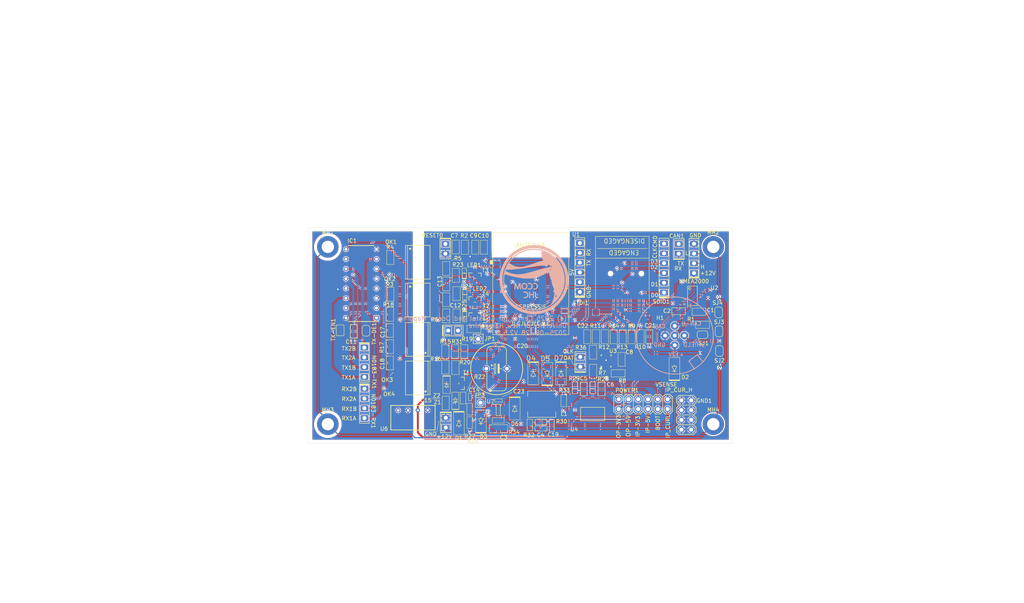
<source format=kicad_pcb>
(kicad_pcb (version 20241229) (generator "pcbnew") (generator_version "9.0")
  (title_block (title "Wireless Inexpensive Bathymetry Logger") (date "2025-08-20") (rev "WIBL_2.5.1") (comment 2 "UNH Joint Hydrographic Center at the University of New Hampshire") (comment 3 "The Center for Coastal and Ocean Mapping / NOAA"))
  (layers (0 "F.Cu" signal) (2 "B.Cu" signal) (13 "F.Paste" user) (15 "B.Paste" user) (5 "F.SilkS" user "F.Silkscreen") (7 "B.SilkS" user "B.Silkscreen") (1 "F.Mask" user) (3 "B.Mask" user) (25 "Edge.Cuts" user))
  (net 0 "")
  (net 1 "GND")
  (net 2 "+3V3")
  (net 3 "+5V")
  (net 4 "FTDI-5V")
  (net 5 "/NMEA0183 Transceiver_Power Section/TX1Z")
  (net 6 "/NMEA0183 Transceiver_Power Section/RX1B")
  (net 7 "/NMEA0183 Transceiver_Power Section/TX2Y")
  (net 8 "+12V")
  (net 9 "GNDI")
  (net 10 "BOOT")
  (net 11 "/Main Logic_Microcontroller_Storage/CAN +12V")
  (net 12 "Net-(U7-FB)")
  (net 13 "Net-(U1-EN)")
  (net 14 "Net-(C23-2)")
  (net 15 "Net-(C23-1)")
  (net 16 "Net-(U1-GPIO16{slash}CAN-TX)")
  (net 17 "Net-(U1-GPIO17{slash}CAN-RX)")
  (net 18 "Net-(H1-DAT1)")
  (net 19 "Net-(H1-CLK)")
  (net 20 "Net-(H1-DAT0)")
  (net 21 "Net-(H1-DAT3)")
  (net 23 "Net-(H1-DAT2)")
  (net 24 "Net-(H1-CMD)")
  (net 25 "Net-(U1-GPIO22{slash}SCL)")
  (net 26 "Net-(U1-GPIO21{slash}SDA)")
  (net 27 "/NMEA0183 Transceiver_Power Section/TX2Z")
  (net 28 "/NMEA0183 Transceiver_Power Section/RX2A")
  (net 29 "/NMEA0183 Transceiver_Power Section/RX1A")
  (net 30 "/NMEA0183 Transceiver_Power Section/TX1Y")
  (net 31 "SCAPDRV")
  (net 32 "Net-(LED1-PadA)")
  (net 33 "Net-(U1-GPIO25)")
  (net 34 "Net-(U1-GPIO26)")
  (net 35 "Net-(LED2-PadA)")
  (net 36 "Net-(LED3-PadA)")
  (net 37 "Net-(U1-GPIO27)")
  (net 38 "Net-(OK1-A)")
  (net 39 "Net-(OK2-A)")
  (net 40 "Net-(OK3-A)")
  (net 41 "Net-(OK4-A)")
  (net 42 "Net-(PROG0-Pad1)")
  (net 43 "Net-(T2-B)")
  (net 44 "Net-(SJ1-B)")
  (net 45 "INT1")
  (net 51 "IP_CUR_5V_L")
  (net 52 "OP_CUR_5V_H")
  (net 53 "IP_CUR_3V3_L")
  (net 54 "OP_CUR_3V3_H")
  (net 55 "IP_CUR_H")
  (net 56 "IP_CUR_L")
  (net 57 "IP_CUR_5V_H")
  (net 58 "IP_CUR_3V3_H")
  (net 59 "SCAP")
  (net 60 "/Main Logic_Microcontroller_Storage/NET_H")
  (net 61 "/Main Logic_Microcontroller_Storage/NET_L")
  (net 62 "/Main Logic_Microcontroller_Storage/RX1")
  (net 63 "/Main Logic_Microcontroller_Storage/RX2")
  (net 64 "/Main Logic_Microcontroller_Storage/TX1")
  (net 65 "/Main Logic_Microcontroller_Storage/TX2")
  (net 66 "/Main Logic_Microcontroller_Storage/RXDATA")
  (net 67 "/Main Logic_Microcontroller_Storage/TXDATA")
  (net 68 "/NMEA0183 Transceiver_Power Section/VSENSE")
  (net 69 "unconnected-(FTDI1-Pad2)")
  (net 71 "Net-(T1-B)")
  (net 72 "/NMEA0183 Transceiver_Power Section/RX2B")
  (net 73 "Chassis")
  (net 74 "Net-(SJ2-B)")
  (net 75 "Net-(IC1-1DE)")
  (net 76 "Net-(IC1-1D)")
  (net 77 "Net-(IC1-1R)")
  (net 78 "Net-(IC1-2R)")
  (net 79 "Net-(IC1-2D)")
  (footprint "WIBL:R0805_334" (layer "F.Cu") (at 132.2 89.4 90)
    (property "Reference" "R23")
    (property "Value" "220R" (hide yes))
  )
  (footprint "WIBL:R0603_334" (layer "F.Cu") (at 154.3 127.4)
    (property "Reference" "R30")
    (property "Value" "133k" (hide yes))
  )
  (footprint "WIBL:C0805_334" (layer "F.Cu") (at 132.2 82.0499 90)
    (property "Reference" "C7")
    (property "Value" "1uF" (hide yes))
  )
  (footprint "WIBL:R0603_334" (layer "F.Cu") (at 167.7 118.55 -90)
    (property "Reference" "R28")
    (property "Value" "R010" (hide yes))
  )
  (footprint "WIBL:R0603_334" (layer "F.Cu") (at 160.2 121.9 -90)
    (property "Reference" "R33")
    (property "Value" "R010" (hide yes))
  )
  (footprint "WIBL:SolderJumper-2_P1.3mm_Bridged2Bar_Pad1.0x1.5mm" (layer "F.Cu") (at 102.2 103.65 90)
    (property "Reference" "TX-EN1")
    (property "Value" "SJ_NC" (hide yes))
  )
  (footprint "WIBL:1X02_325_254mm" (layer "F.Cu") (at 129.5 82.4999 -90)
    (property "Reference" "RESET0")
    (property "Value" "RESET" (hide yes))
  )
  (footprint "WIBL:R0805_334" (layer "F.Cu") (at 167.8 109.3 90)
    (property "Reference" "R36")
    (property "Value" "10k" (hide yes))
  )
  (footprint "WIBL:1X02_325_254mm" (layer "F.Cu") (at 164.5 111.8 90)
    (property "Reference" "I2C1" (hide yes))
    (property "Value" "I2C_TEST" (hide yes))
  )
  (footprint "WIBL:XUNPU-MICROSD-SOCKET" (layer "F.Cu") (at 175.3997 92.4511 180)
    (property "Reference" "H1")
    (property "Value" "SDCARD")
  )
  (footprint "WIBL:C0805_334" (layer "F.Cu") (at 182.39995 105.3 90)
    (property "Reference" "C21")
    (property "Value" "10uF" (hide yes))
  )
  (footprint "WIBL:R0603_334" (layer "F.Cu") (at 163.1 118.55 90)
    (property "Reference" "R29")
    (property "Value" "R010" (hide yes))
  )
  (footprint "WIBL:C0603_334" (layer "F.Cu") (at 157.1 128.3 90)
    (property "Reference" "C19")
    (property "Value" "22uF" (hide yes))
  )
  (footprint "WIBL:C0805_334" (layer "F.Cu") (at 170 118.85 90)
    (property "Reference" "C6")
    (property "Value" "10uF" (hide yes))
  )
  (footprint "WIBL:DO-214AC" (layer "F.Cu") (at 188.9 113.6 90)
    (property "Reference" "D2")
    (property "Value" "SS14" (hide yes))
  )
  (footprint "WIBL:1X02_325_254mm" (layer "F.Cu") (at 131.5 103.7)
    (property "Reference" "PROG0" (hide yes))
    (property "Value" "PROG" (hide yes))
  )
  (footprint "WIBL:C0805_334" (layer "F.Cu") (at 129.7 95.7 90)
    (property "Reference" "C12")
    (property "Value" "0.1u" (hide yes))
  )
  (footprint "WIBL:R0805_334" (layer "F.Cu") (at 134.5661 82.0999 -90)
    (property "Reference" "R2")
    (property "Value" "10k" (hide yes))
  )
  (footprint "WIBL:DIP794W53P254L1930H508Q16N" (layer "F.Cu") (at 107.6579 91.5162 180)
    (property "Reference" "IC1")
    (property "Value" "SN65C1168N" (hide yes))
  )
  (footprint "WIBL:R0805_334" (layer "F.Cu") (at 115.1 107.8611 90)
    (property "Reference" "R17")
    (property "Value" "10k" (hide yes))
  )
  (footprint "WIBL:1X04_325_254mm" (layer "F.Cu") (at 108.5 122.6058 -90)
    (property "Reference" "N0183-RX1")
    (property "Value" "PINHD-1X4" (hide yes))
  )
  (footprint "WIBL:R0805_334" (layer "F.Cu") (at 115.1 99.4791 -90)
    (property "Reference" "R18")
    (property "Value" "10k" (hide yes))
  )
  (footprint "WIBL:R0805_334" (layer "F.Cu") (at 167.8 114.3 -90)
    (property "Reference" "R7")
    (property "Value" "10k" (hide yes))
  )
  (footprint "WIBL:R0805_334" (layer "F.Cu") (at 132 109.2 -90)
    (property "Reference" "R31")
    (property "Value" "6k8" (hide yes))
  )
  (footprint "WIBL:R0603_334" (layer "F.Cu") (at 135.8 124.1 -90)
    (property "Reference" "R27")
    (property "Value" "51k1" (hide yes))
  )
  (footprint "WIBL:R0805_334" (layer "F.Cu") (at 115.2 84.7471 -90)
    (property "Reference" "R4")
    (property "Value" "1k" (hide yes))
  )
  (footprint "WIBL:1X04_325_254mm" (layer "F.Cu") (at 194 85 90)
    (property "Reference" "NMEA2000")
    (property "Value" "N2K_TEST" (hide yes))
  )
  (footprint "WIBL:C0805_334" (layer "F.Cu") (at 115.1 103.6701 -90)
    (property "Reference" "C17")
    (property "Value" "0.1u" (hide yes))
  )
  (footprint "WIBL:MountingHole_3.2mm_M3_DIN965_Pad_TopBottom" (layer "F.Cu") (at 99 128)
    (property "Reference" "MH3")
    (property "Value" "MTH_M3")
  )
  (footprint "WIBL:R0805_334" (layer "F.Cu") (at 132.1 113.3 90)
    (property "Reference" "R20")
    (property "Value" "4k75" (hide yes))
  )
  (footprint "WIBL:SOT23_402" (layer "F.Cu") (at 137.1981 99.838)
    (property "Reference" "T2")
    (property "Value" "S8050" (hide yes))
  )
  (footprint "WIBL:2X04_325" (layer "F.Cu") (at 192 125.6 90)
    (property "Reference" "GND1")
    (property "Value" "GND_TEST" (hide yes))
  )
  (footprint "WIBL:R0805_334" (layer "F.Cu") (at 174.3 114.8)
    (property "Reference" "R8")
    (property "Value" "10k" (hide yes))
  )
  (footprint "WIBL:SOT23_402" (layer "F.Cu") (at 137.1981 95.647)
    (property "Reference" "T4")
    (property "Value" "S8050" (hide yes))
  )
  (footprint "WIBL:SolderJumper-2_P1.3mm_Open_RoundedPad1.0x1.5mm" (layer "F.Cu") (at 108.9 103.7463 -90)
    (property "Reference" "TX-DE1")
    (property "Value" "SJ_NO" (hide yes))
  )
  (footprint "WIBL:SOT-23-6L" (layer "F.Cu") (at 143.2 124.3)
    (property "Reference" "U7")
    (property "Value" "LV2842XLVDDCR" (hide yes))
  )
  (footprint "WIBL:R0805_334" (layer "F.Cu") (at 132.4 99.9 -90)
    (property "Reference" "R25")
    (property "Value" "220R" (hide yes))
  )
  (footprint "WIBL:DO-214AC" (layer "F.Cu") (at 133 127.8 -90)
    (property "Reference" "D1")
    (property "Value" "SS14" (hide yes))
  )
  (footprint "WIBL:ESPS32-WROOM-32E" (layer "F.Cu") (at 151.6253 94.34)
    (property "Reference" "U1")
    (property "Value" "ESP32-WROOM-32E-N4")
  )
  (footprint "WIBL:CHIP-LED0603_259" (layer "F.Cu") (at 134.5 100.1)
    (property "Reference" "LED3")
    (property "Value" "LEDCHIP-LED0603" (hide yes))
  )
  (footprint "WIBL:SOT23_402" (layer "F.Cu") (at 137.1981 89.5)
    (property "Reference" "T3")
    (property "Value" "S8050" (hide yes))
  )
  (footprint "WIBL:1X01_325_254mm" (layer "F.Cu") (at 138 105.9)
    (property "Reference" "JP1")
    (property "Value" "PINHD-1X1" (hide yes))
  )
  (footprint "WIBL:DO-214AC" (layer "F.Cu") (at 138.7 127.2 90)
    (property "Reference" "D3")
    (property "Value" "SS14" (hide yes))
  )
  (footprint "WIBL:SolderJumper-2_P1.3mm_Open_RoundedPad1.0x1.5mm" (layer "F.Cu") (at 200.5 103.9 -90)
    (property "Reference" "SJ3")
    (property "Value" "SJ_NO" (hide yes))
  )
  (footprint "WIBL:R0805_334" (layer "F.Cu") (at 175.5 105.3 -90)
    (property "Reference" "R13")
    (property "Value" "47k" (hide yes))
  )
  (footprint "WIBL:R0805_334" (layer "F.Cu") (at 180.1169 105.3 -90)
    (property "Reference" "R10")
    (property "Value" "47k" (hide yes))
  )
  (footprint "WIBL:CHIP-LED0603_259" (layer "F.Cu") (at 134.4 88.8 180)
    (property "Reference" "LED1")
    (property "Value" "LEDCHIP-LED0603" (hide yes))
  )
  (footprint "WIBL:R0805_334" (layer "F.Cu") (at 129.5 109.2 -90)
    (property "Reference" "R15")
    (property "Value" "560R" (hide yes))
  )
  (footprint "WIBL:P128-50_334" (layer "F.Cu") (at 142.8 113.6)
    (property "Reference" "C20")
    (property "Value" "0.47F" (hide yes))
  )
  (footprint "WIBL:R0805_334" (layer "F.Cu") (at 129.7 99.9 90)
    (property "Reference" "R6")
    (property "Value" "10k" (hide yes))
  )
  (footprint "WIBL:SOT23_402" (layer "F.Cu") (at 133.7 117.4 -90)
    (property "Reference" "T1")
    (property "Value" "S8050" (hide yes))
  )
  (footprint "WIBL:C0805_334" (layer "F.Cu") (at 129.6 122.5 -90)
    (property "Reference" "C15")
    (property "Value" "1uF" (hide yes))
  )
  (footprint "WIBL:2X06_325" (layer "F.Cu") (at 180.8 122.8 180)
    (property "Reference" "POWER1")
    (property "Value" "POWER_TEST" (hide yes))
  )
  (footprint "WIBL:1X06_325_254mm" (layer "F.Cu") (at 186.2201 87.5 90)
    (property "Reference" "SDIO1")
    (property "Value" "SDIO_TEST" (hide yes))
  )
  (footprint "WIBL:NMEA2000" (layer "F.Cu") (at 189 105)
    (property "Reference" "J1")
    (property "Value" "N2K 5-PIN")
  )
  (footprint "WIBL:R0805_334" (layer "F.Cu") (at 115.2 94.2721 -90)
    (property "Reference" "R3")
    (property "Value" "1k" (hide yes))
  )
  (footprint "WIBL:SOD123" (layer "F.Cu") (at 132.1 121.9 -90)
    (property "Reference" "Z1")
    (property "Value" "MMSZ4683T1G" (hide yes))
  )
  (footprint "WIBL:R0603_334" (layer "F.Cu") (at 151.4 128.2 90)
    (property "Reference" "R32")
    (property "Value" "23k7" (hide yes))
  )
  (footprint "WIBL:C0603_334" (layer "F.Cu") (at 154.3 129.1)
    (property "Reference" "C4")
    (property "Value" "33pF" (hide yes))
  )
  (footprint "WIBL:R0603_334" (layer "F.Cu") (at 134.1 121.2 -90)
    (property "Reference" "R22")
    (property "Value" "4k75" (hide yes))
  )
  (footprint "WIBL:MWSA0603S" (layer "F.Cu") (at 154.5 122.8)
    (property "Reference" "L1")
    (property "Value" "AMP0603H220MT" (hide yes))
  )
  (footprint "WIBL:R0805_334" (layer "F.Cu") (at 170.8831 105.3 -90)
    (property "Reference" "R12")
    (property "Value" "47k" (hide yes))
  )
  (footprint "WIBL:R0805_334" (layer "F.Cu") (at 132.4 94.1 -90)
    (property "Reference" "R24")
    (property "Value" "220R" (hide yes))
  )
  (footprint "WIBL:C0402" (layer "F.Cu") (at 143.269 121.8252)
    (property "Reference" "C23")
    (property "Value" "100nF" (hide yes))
  )
  (footprint "WIBL:SOD-123FL" (layer "F.Cu") (at 129.8 117.8 90)
    (property "Reference" "Z2")
    (property "Value" "DZL4734" (hide yes))
  )
  (footprint "WIBL:R0805_334" (layer "F.Cu") (at 168.57465 105.3 -90)
    (property "Reference" "R11")
    (property "Value" "47k" (hide yes))
  )
  (footprint "WIBL:C0805_334" (layer "F.Cu") (at 195.3 98.8 180)
    (property "Reference" "C1")
    (property "Value" "0.1u" (hide yes))
  )
  (footprint "WIBL:C0805_334" (layer "F.Cu") (at 105.7148 103.9 -90)
    (property "Reference" "C11")
    (property "Value" "0.1u" (hide yes))
  )
  (footprint "WIBL:LGA-14-2.5X3MM" (layer "F.Cu") (at 171.2 111.6 90)
    (property "Reference" "U3")
    (property "Value" "LSM6DS3TR-C" (hide yes))
  )
  (footprint "WIBL:C0805_334" (layer "F.Cu") (at 165.4 118.85 90)
    (property "Reference" "C5")
    (property "Value" "10uF" (hide yes))
  )
  (footprint "WIBL:R0805_334" (layer "F.Cu") (at 177.80845 105.3 -90)
    (property "Reference" "R9")
    (property "Value" "47k" (hide yes))
  )
  (footprint "WIBL:R0805_334" (layer "F.Cu") (at 129.5 113.2 90)
    (property "Reference" "R16")
    (property "Value" "560R" (hide yes))
  )
  (footprint "WIBL:MountingHole_3.2mm_M3_DIN965_Pad_TopBottom" (layer "F.Cu") (at 199 128)
    (property "Reference" "MH4")
    (property "Value" "MTH_M3")
  )
  (footprint "WIBL:C0805_334" (layer "F.Cu") (at 190 98.7 180)
    (property "Reference" "C2")
    (property "Value" "0.1u" (hide yes))
  )
  (footprint "WIBL:C0805_334" (layer "F.Cu") (at 137.2331 82.0999 90)
    (property "Reference" "C9")
    (property "Value" "10uF" (hide yes))
  )
  (footprint "WIBL:RFM-0505S" (layer "F.Cu") (at 121.0818 124.40565 180)
    (property "Reference" "U6")
    (property "Value" "RFM-0505S" (hide yes))
  )
  (footprint "WIBL:R0603_334" (layer "F.Cu") (at 143.2 127 180)
    (property "Reference" "R34")
    (property "Value" "R010" (hide yes))
  )
  (footprint "WIBL:1X04_325_254mm" (layer "F.Cu") (at 108.4707 111.9378 -90)
    (property "Reference" "N0183-TX1")
    (property "Value" "TX_TEST" (hide yes))
  )
  (footprint "WIBL:DIL6-SMD_320" (layer "F.Cu") (at 122.3391 95.7961 -90)
    (property "Reference" "OK2")
    (property "Value" "H11L1SM" (hide yes))
  )
  (footprint "WIBL:C0805_334" (layer "F.Cu") (at 175.2 111.2 90)
    (property "Reference" "C8")
    (property "Value" "0.1u" (hide yes))
  )
  (footprint "WIBL:SolderJumper-2_P1.3mm_Open_RoundedPad1.0x1.5mm" (layer "F.Cu") (at 200.6 109 -90)
    (property "Reference" "SJ2")
    (property "Value" "SJ_NO" (hide yes))
  )
  (footprint "WIBL:1X01_325_254mm" (layer "F.Cu") (at 138.6 122.4)
    (property "Reference" "JP3")
    (property "Value" "PINHD-1X1" (hide yes))
  )
  (footprint "WIBL:DIL6-SMD_320" (layer "F.Cu") (at 122.3391 116 90)
    (property "Reference" "OK4")
    (property "Value" "H11L1SM" (hide yes))
  )
  (footprint "WIBL:C0805_334" (layer "F.Cu") (at 166.2916 105.3 90)
    (property "Reference" "C22")
    (property "Value" "0.1u" (hide yes))
  )
  (footprint "WIBL:R0805_334" (layer "F.Cu") (at 129.7 87.6 90)
    (property "Reference" "R5")
    (property "Value" "10k" (hide yes))
  )
  (footprint "WIBL:C1206_334" (layer "F.Cu") (at 143.3 129.2 180)
    (property "Reference" "C3")
    (property "Value" "10uF" (hide yes))
  )
  (footprint "WIBL:SolderJumper-2_P1.3mm_Open_RoundedPad1.0x1.5mm" (layer "F.Cu") (at 196.2 104.8)
    (property "Reference" "SJ1")
    (property "Value" "SJ_NO" (hide yes))
  )
  (footprint "WIBL:MountingHole_3.2mm_M3_DIN965_Pad_TopBottom" (layer "F.Cu") (at 99 82)
    (property "Reference" "MH1")
    (property "Value" "MTH_M3")
  )
  (footprint "WIBL:CHIP-LED0603_259" (layer "F.Cu") (at 134.5311 94.377)
    (property "Reference" "LED2")
    (property "Value" "LEDCHIP-LED0603" (hide yes))
  )
  (footprint "WIBL:SolderJumper-2_P1.3mm_Open_RoundedPad1.0x1.5mm" (layer "F.Cu") (at 200.4 99 90)
    (property "Reference" "SJ4")
    (property "Value" "SJ_NO" (hide yes))
  )
  (footprint "WIBL:R0805_334" (layer "F.Cu") (at 196.2 102.2 180)
    (property "Reference" "R1")
    (property "Value" "120R" (hide yes))
  )
  (footprint "WIBL:DIL6-SMD_320" (layer "F.Cu") (at 122.3391 86 -90)
    (property "Reference" "OK1")
    (property "Value" "H11L1SM" (hide yes))
  )
  (footprint "WIBL:1X02_325_254mm" (layer "F.Cu") (at 190.0301 82.5 90)
    (property "Reference" "CAN1")
    (property "Value" "CAN-TEST" (hide yes))
  )
  (footprint "WIBL:1X02_325_254mm" (layer "F.Cu") (at 129.6 127.6 -90)
    (property "Reference" "PWR1" (hide yes))
    (property "Value" "PINHD-1X2" (hide yes))
  )
  (footprint "WIBL:R0805_334" (layer "F.Cu") (at 173.19155 105.3 -90)
    (property "Reference" "R14")
    (property "Value" "47k" (hide yes))
  )
  (footprint "WIBL:C0805_334" (layer "F.Cu") (at 139.5 82.1 90)
    (property "Reference" "C10")
    (property "Value" "0.1u" (hide yes))
  )
  (footprint "WIBL:DO-214AC" (layer "F.Cu") (at 159.5 114.9 -90)
    (property "Reference" "D7")
    (property "Value" "SS14" (hide yes))
  )
  (footprint "WIBL:C0805_334" (layer "F.Cu") (at 129.7 91.6 -90)
    (property "Reference" "C13")
    (property "Value" "0.1u" (hide yes))
  )
  (footprint "WIBL:C0805_334" (layer "F.Cu") (at 115.1 112.1 -90)
    (property "Reference" "C18")
    (property "Value" "0.1u" (hide yes))
  )
  (footprint "WIBL:R0603_334" (layer "F.Cu") (at 135.8 127.6 -90)
    (property "Reference" "R26")
    (property "Value" "R010" (hide yes))
  )
  (footprint "WIBL:DO-214AC_p12" (layer "F.Cu") (at 147.5 124 -90)
    (property "Reference" "D6")
    (property "Value" "MRA4003T3G" (hide yes))
  )
  (footprint "WIBL:R0805_334" (layer "F.Cu") (at 134.4 109.2 90)
    (property "Reference" "R19")
    (property "Value" "47R" (hide yes))
  )
  (footprint "WIBL:R0805_334" (layer "F.Cu") (at 136.9 103.3 180)
    (property "Reference" "R35")
    (property "Value" "47k" (hide yes))
  )
  (footprint "WIBL:1X06_325_254mm" (layer "F.Cu") (at 164.3761 87.35 90)
    (property "Reference" "FTDI1")
    (property "Value" "FTDI/ICSP" (hide yes))
  )
  (footprint "WIBL:DO-214AC" (layer "F.Cu") (at 152.3 114.9 -90)
    (property "Reference" "D4")
    (property "Value" "SS14" (hide yes))
  )
  (footprint "WIBL:DO-214AC" (layer "F.Cu") (at 155.9 114.9 90)
    (property "Reference" "D5")
    (property "Value" "SS14" (hide yes))
  )
  (footprint "WIBL:C0402" (layer "F.Cu") (at 135.9 120.9 90)
    (property "Reference" "C14")
    (property "Value" "100nF" (hide yes))
  )
  (footprint "WIBL:SOT223_111" (layer "F.Cu") (at 167.7 125.35 180)
    (property "Reference" "U4")
    (property "Value" "AMS1117-3.3")
  )
  (footprint "WIBL:DIL6-SMD_320" (layer "F.Cu") (at 122.3391 106 90)
    (property "Reference" "OK3")
    (property "Value" "H11L1SM" (hide yes))
  )
  (footprint "WIBL:MountingHole_3.2mm_M3_DIN965_Pad_TopBottom" (layer "F.Cu") (at 199 82)
    (property "Reference" "MH2")
    (property "Value" "MTH_M3")
  )
  (footprint "WIBL:SOIC8" (layer "F.Cu") (at 193.6 94.7 -90)
    (property "Reference" "U2")
    (property "Value" "TJA1051T/3" (hide yes))
  )
  (footprint "WIBL:CCOM_JHC_Logo_rt_18mm" (layer "B.Cu") (at 152.5 90.5 180)
    (property "Reference" "G1" (hide yes))
    (property "Value" "LOGO" (hide yes))
  )
  (gr_line (start 168.6 116.8) (end 169 116.4) (stroke (width 0.1)) (layer "F.SilkS"))
  (gr_line (start 146.8 119.7) (end 144.3 120.9) (stroke (width 0.1)) (layer "F.SilkS"))
  (gr_line (start 131.7 85.1) (end 131 85.6) (stroke (width 0.1)) (layer "F.SilkS"))
  (gr_line (start 135.0556 119.45) (end 136.3444 116.75) (stroke (width 0.1)) (layer "F.SilkS"))
  (gr_line (start 162.2 111.5) (end 162.8 112.7) (stroke (width 0.1)) (layer "F.SilkS"))
  (gr_line (start 146.3 129.2) (end 146.1 127.8) (stroke (width 0.1)) (layer "F.SilkS"))
  (gr_line (start 184.6 118.57) (end 184.6 119.9) (stroke (width 0.1)) (layer "F.SilkS"))
  (gr_line (start 125.9 121.4) (end 128.2 121.4) (stroke (width 0.1)) (layer "F.SilkS"))
  (gr_line (start 127.8 127.2) (end 127.3 129.9) (stroke (width 0.1)) (layer "F.SilkS"))
  (gr_line (start 146.1 127.8) (end 145.4 127.5) (stroke (width 0.1)) (layer "F.SilkS"))
  (gr_line (start 115.2 115.4) (end 116 114.5) (stroke (width 0.1)) (layer "F.SilkS"))
  (gr_line (start 188 104) (end 186.7 102.9) (stroke (width 0.1)) (layer "B.SilkS"))
  (gr_line (start 204 133) (end 204 77) (stroke (width 0.05)) (layer "Edge.Cuts"))
  (gr_line (start 94 77) (end 94 133) (stroke (width 0.05)) (layer "Edge.Cuts"))
  (gr_line (start 204 77) (end 94 77) (stroke (width 0.05)) (layer "Edge.Cuts"))
  (gr_line (start 94 133) (end 204 133) (stroke (width 0.05)) (layer "Edge.Cuts"))
  (gr_text "JLCJLCJLCJLC" (at 146.37374 102.5 0) (layer "F.SilkS") (effects (font (size 1 1) (thickness 0.1524)) (justify left bottom)))
  (gr_text "VSENSE" (at 183.9 118.3 0) (layer "F.SilkS") (effects (font (size 1 1) (thickness 0.1524)) (justify left bottom)))
  (gr_text "RX1A" (at 102.5 127.068986 0) (layer "F.SilkS") (effects (font (size 1 1) (thickness 0.1524)) (justify left bottom)))
  (gr_text "IP-3V3" (at 180 131.4 90) (layer "F.SilkS") (effects (font (size 1 1) (thickness 0.1524)) (justify left bottom)))
  (gr_text "CLK" (at 184.4 85.1 90) (layer "F.SilkS") (effects (font (size 1 1) (thickness 0.1524)) (justify left bottom)))
  (gr_text "L" (at 191.6 84.2 0) (layer "F.SilkS") (effects (font (size 1 1) (thickness 0.1524)) (justify left bottom)))
  (gr_text "DAT" (at 160.1 111.4 0) (layer "F.SilkS") (effects (font (size 1 1) (thickness 0.1524)) (justify left bottom)))
  (gr_text "RX1B" (at 102.5 124.615349 0) (layer "F.SilkS") (effects (font (size 1 1) (thickness 0.1524)) (justify left bottom)))
  (gr_text "OP-5V" (at 177.625 131.4 90) (layer "F.SilkS") (effects (font (size 1.1 1.1) (thickness 0.1524)) (justify left bottom)))
  (gr_text "TX2A" (at 102.5 111.359086 0) (layer "F.SilkS") (effects (font (size 1 1) (thickness 0.1524)) (justify left bottom)))
  (gr_text "D0" (at 182.7 95.12 0) (layer "F.SilkS") (effects (font (size 1 1) (thickness 0.1524)) (justify left bottom)))
  (gr_text "RX2A" (at 102.5 122.047411 0) (layer "F.SilkS") (effects (font (size 1 1) (thickness 0.1524)) (justify left bottom)))
  (gr_text "OP-3V3" (at 175 131.7 90) (layer "F.SilkS") (effects (font (size 1 1) (thickness 0.1524)) (justify left bottom)))
  (gr_text "D1" (at 182.7 92.3 0) (layer "F.SilkS") (effects (font (size 1 1) (thickness 0.1524)) (justify left bottom)))
  (gr_text "TX" (at 167.3 87.1 90) (layer "F.SilkS") (effects (font (size 1 1) (thickness 0.1524)) (justify left bottom)))
  (gr_text "CMD" (at 184.5 82.3 90) (layer "F.SilkS") (effects (font (size 1 1) (thickness 0.1524)) (justify left bottom)))
  (gr_text "IP_CUR_H" (at 186.4 119.7 0) (layer "F.SilkS") (effects (font (size 1 1) (thickness 0.1524)) (justify left bottom)))
  (gr_text "BOOT" (at 185.2 129.7 90) (layer "F.SilkS") (effects (font (size 1 1) (thickness 0.1524)) (justify left bottom)))
  (gr_text "+12V" (at 195.5 89.4 0) (layer "F.SilkS") (effects (font (size 1 1) (thickness 0.1524)) (justify left bottom)))
  (gr_text "TX1A" (at 102.5 116.477186 0) (layer "F.SilkS") (effects (font (size 1 1) (thickness 0.1524)) (justify left bottom)))
  (gr_text "IP_CURL" (at 187.8 131.7 90) (layer "F.SilkS") (effects (font (size 1 1) (thickness 0.1524)) (justify left bottom)))
  (gr_text "H" (at 195.6 87.8 0) (layer "F.SilkS") (effects (font (size 1 1) (thickness 0.1524)) (justify left bottom)))
  (gr_text "TX1B" (at 102.5 113.937186 0) (layer "F.SilkS") (effects (font (size 1 1) (thickness 0.1524)) (justify left bottom)))
  (gr_text "CLK" (at 159.9 109.7 0) (layer "F.SilkS") (effects (font (size 1 1) (thickness 0.1524)) (justify left bottom)))
  (gr_text "RX" (at 167.3 84.5 90) (layer "F.SilkS") (effects (font (size 1 1) (thickness 0.1524)) (justify left bottom)))
  (gr_text "TX2B" (at 102.5 108.971486 0) (layer "F.SilkS") (effects (font (size 1 1) (thickness 0.1524)) (justify left bottom)))
  (gr_text "GND" (at 124.1 131.1 0) (layer "F.SilkS") (effects (font (size 1 1) (thickness 0.1524)) (justify left bottom)))
  (gr_text "IP-5V" (at 182.6 130.4 90) (layer "F.SilkS") (effects (font (size 1 1) (thickness 0.1524)) (justify left bottom)))
  (gr_text "D3" (at 182.6 86.4 0) (layer "F.SilkS") (effects (font (size 1 1) (thickness 0.1524)) (justify left bottom)))
  (gr_text "RX" (at 188.8 88.2 0) (layer "F.SilkS") (effects (font (size 1 1) (thickness 0.1524)) (justify left bottom)))
  (gr_text "+12V" (at 127.1 131.8 0) (layer "F.SilkS") (effects (font (size 1 1) (thickness 0.1524)) (justify left bottom)))
  (gr_text "GND" (at 192.73 79.6 0) (layer "F.SilkS") (effects (font (size 1 1) (thickness 0.1524)) (justify left bottom)))
  (gr_text "RX2B" (at 102.5 119.479474 0) (layer "F.SilkS") (effects (font (size 1 1) (thickness 0.1524)) (justify left bottom)))
  (gr_text "D2" (at 182.6 87.8 0) (layer "F.SilkS") (effects (font (size 1 1) (thickness 0.1524)) (justify left bottom)))
  (gr_text "TX" (at 189.6 86.9 0) (layer "F.SilkS") (effects (font (size 1 1) (thickness 0.1524)) (justify left bottom)))
  (gr_text "5V" (at 162.9 89.6 90) (layer "F.SilkS") (effects (font (size 1 1) (thickness 0.1524)) (justify left bottom)))
  (gr_text "GND" (at 167.3 95.4 90) (layer "F.SilkS") (effects (font (size 1 1) (thickness 0.1524)) (justify left bottom)))
  (gr_text "(c) 2025 Center for Coastal and Ocean Mapping\nUniversity of New Hampshire\n2025-08-28 V2.5.1" (at 161.1 105 0) (layer "B.SilkS") (effects (font (size 1.1684 1.1684) (thickness 0.1524)) (justify left bottom mirror)))
  (segment (start 178.6 99.5) (end 178.8 99.7) (width 0.2) (layer "F.Cu") (net 1))
  (segment (start 178.4 99.5) (end 178.6 99.5) (width 0.2) (layer "F.Cu") (net 1))
  (via (at 171.2 111.4) (size 0.676) (drill 0.376) (layers "F.Cu" "B.Cu") (net 1))
  (via (at 135.9 84.5) (size 0.676) (drill 0.376) (layers "F.Cu" "B.Cu") (net 1))
  (segment (start 129.7178 126.5047) (end 129.7559 126.5428) (width 0.3) (layer "B.Cu") (net 1))
  (segment (start 169.5 108.7) (end 169.05 108.25) (width 0.5) (layer "F.Cu") (net 2))
  (segment (start 169.5 111) (end 169.5 108.7) (width 0.5) (layer "F.Cu") (net 2))
  (segment (start 126.9841 93.2561) (end 127.2561 93.2561) (width 0.5) (layer "F.Cu") (net 2))
  (segment (start 126.2 78.5) (end 134.5 78.5) (width 0.5) (layer "F.Cu") (net 2))
  (segment (start 175.7 117.9) (end 175.7 123.02) (width 0.5) (layer "F.Cu") (net 2))
  (segment (start 172.3 112.1) (end 171.5 112.1) (width 0.3) (layer "F.Cu") (net 2))
  (segment (start 166.2916 106.25) (end 168.57465 106.25) (width 0.5) (layer "F.Cu") (net 2))
  (segment (start 170.727 108.25) (end 171.95 109.473) (width 0.5) (layer "F.Cu") (net 2))
  (segment (start 124.8 81.2759) (end 124.8 80.7) (width 0.5) (layer "F.Cu") (net 2))
  (segment (start 171.2 114.5) (end 171.2 112.95) (width 0.5) (layer "F.Cu") (net 2))
  (segment (start 127.2561 93.2561) (end 128.3 94.3) (width 0.5) (layer "F.Cu") (net 2))
  (segment (start 135.9 79.9) (end 135.9 83.0499) (width 0.5) (layer "F.Cu") (net 2))
  (segment (start 197.6 109.5) (end 198.7 108.4) (width 0.5) (layer "F.Cu") (net 2))
  (segment (start 175.25 114.8) (end 175.25 117.45) (width 0.5) (layer "F.Cu") (net 2))
  (segment (start 168.5 106.25) (end 167.8 106.95) (width 0.5) (layer "F.Cu") (net 2))
  (segment (start 126.9841 83.46) (end 124.8 81.2759) (width 0.5) (layer "F.Cu") (net 2))
  (segment (start 129.7 90.65) (end 129.65 90.6) (width 0.5) (layer "F.Cu") (net 2))
  (segment (start 129.15 96.65) (end 129.7 96.65) (width 0.5) (layer "F.Cu") (net 2))
  (segment (start 126.9841 93.2561) (end 125.9439 93.2561) (width 0.5) (layer "F.Cu") (net 2))
  (segment (start 167.8 115.25) (end 167.8 117.6) (width 0.5) (layer "F.Cu") (net 2))
  (segment (start 137.2331 83.0499) (end 139.4999 83.0499) (width 0.5) (layer "F.Cu") (net 2))
  (segment (start 171.95 109.473) (end 171.95 110.25) (width 0.3) (layer "F.Cu") (net 2))
  (segment (start 195.6 109.5) (end 197.6 109.5) (width 0.5) (layer "F.Cu") (net 2))
  (segment (start 129.65 90.6) (end 127.8 90.6) (width 0.5) (layer "F.Cu") (net 2))
  (segment (start 169.05 108.25) (end 170.727 108.25) (width 0.5) (layer "F.Cu") (net 2))
  (segment (start 134.5 78.5) (end 135.9 79.9) (width 0.5) (layer "F.Cu") (net 2))
  (segment (start 141.67 87.27) (end 139.5 85.1) (width 0.5) (layer "F.Cu") (net 2))
  (segment (start 134.5661 83.0499) (end 135.9 83.0499) (width 0.5) (layer "F.Cu") (net 2))
  (segment (start 124.8 108.9) (end 126.05 110.15) (width 0.5) (layer "F.Cu") (net 2))
  (segment (start 132.15 99.1) (end 131 99.1) (width 0.5) (layer "F.Cu") (net 2))
  (segment (start 182.39995 107.99995) (end 182.39995 106.25) (width 0.5) (layer "F.Cu") (net 2))
  (segment (start 135.9 83.0499) (end 137.2331 83.0499) (width 0.5) (layer "F.Cu") (net 2))
  (segment (start 172.05 108.25) (end 170.727 108.25) (width 0.5) (layer "F.Cu") (net 2))
  (segment (start 126.05 110.15) (end 129.5 110.15) (width 0.5) (layer "F.Cu") (net 2))
  (segment (start 196.3 98.55) (end 196.5 98.75) (width 0.5) (layer "F.Cu") (net 2))
  (segment (start 132.2 90.35) (end 130 90.35) (width 0.5) (layer "F.Cu") (net 2))
  (segment (start 127.8 90.6) (end 126.9841 91.4159) (width 0.5) (layer "F.Cu") (net 2))
  (segment (start 128.3 95.8) (end 129.15 96.65) (width 0.5) (layer "F.Cu") (net 2))
  (segment (start 173.4 112) (end 173.4 109.6) (width 0.5) (layer "F.Cu") (net 2))
  (segment (start 142.8753 87.27) (end 141.67 87.27) (width 0.5) (layer "F.Cu") (net 2))
  (segment (start 171.45 112.15) (end 171.45 112.95) (width 0.3) (layer "F.Cu") (net 2))
  (segment (start 173.4 109.6) (end 172.05 108.25) (width 0.5) (layer "F.Cu") (net 2))
  (segment (start 124.8 79.9) (end 126.2 78.5) (width 0.5) (layer "F.Cu") (net 2))
  (segment (start 169.6 111.1) (end 170.1 111.1) (width 0.3) (layer "F.Cu") (net 2))
  (segment (start 126.9841 93.18) (end 125.2982 91.4941) (width 0.5) (layer "F.Cu") (net 2))
  (segment (start 198.7 99.6) (end 197.9 98.8) (width 0.5) (layer "F.Cu") (net 2))
  (segment (start 167.8 106.95) (end 167.8 108.35) (width 0.5) (layer "F.Cu") (net 2))
  (segment (start 132.2 92.95) (end 132.4 93.15) (width 0.5) (layer "F.Cu") (net 2))
  (segment (start 129.7 86.459) (end 126.9841 83.7431) (width 0.3) (layer "F.Cu") (net 2))
  (segment (start 125.2982 91.4941) (end 124.8 90.9959) (width 0.5) (layer "F.Cu") (net 2))
  (segment (start 196.3 96.605) (end 196.3 98.55) (width 0.5) (layer "F.Cu") (net 2))
  (segment (start 129.5 110.15) (end 129.5 112.25) (width 0.5) (layer "F.Cu") (net 2))
  (segment (start 167.8 117.6) (end 167.7 117.7) (width 0.5) (layer "F.Cu") (net 2))
  (segment (start 168.57465 106.25) (end 168.5 106.25) (width 0.5) (layer "F.Cu") (net 2))
  (segment (start 197.9 98.8) (end 196.25 98.8) (width 0.5) (layer "F.Cu") (net 2))
  (segment (start 126.9841 93.2561) (end 126.9841 93.18) (width 0.5) (layer "F.Cu") (net 2))
  (segment (start 130 90.35) (end 129.7 90.65) (width 0.5) (layer "F.Cu") (net 2))
  (segment (start 172.3 112.1) (end 173.3 112.1) (width 0.3) (layer "F.Cu") (net 2))
  (segment (start 128.3 94.3) (end 128.3 95.8) (width 0.5) (layer "F.Cu") (net 2))
  (segment (start 175.7 123.02) (end 174.45 124.27) (width 0.5) (layer "F.Cu") (net 2))
  (segment (start 124.8 80.7) (end 124.8 79.9) (width 0.5) (layer "F.Cu") (net 2))
  (segment (start 175.4 112.1) (end 175.4 114.15) (width 0.5) (layer "F.Cu") (net 2))
  (segment (start 129.85 99.1) (end 129.7 98.95) (width 0.5) (layer "F.Cu") (net 2))
  (segment (start 126.9841 83.7431) (end 126.9841 83.46) (width 0.5) (layer "F.Cu") (net 2))
  (segment (start 125.9439 93.2561) (end 124.8 94.4) (width 0.5) (layer "F.Cu") (net 2))
  (segment (start 139.5 85.1) (end 139.5 83.05) (width 0.5) (layer "F.Cu") (net 2))
  (segment (start 170.45 115.25) (end 171.2 114.5) (width 0.5) (layer "F.Cu") (net 2))
  (segment (start 129.7 86.65) (end 129.7 86.459) (width 0.5) (layer "F.Cu") (net 2))
  (segment (start 176.5 93.9) (end 176.4497 93.9503) (width 0.5) (layer "F.Cu") (net 2))
  (segment (start 167.8 108.25) (end 169.05 108.25) (width 0.5) (layer "F.Cu") (net 2))
  (segment (start 176.4497 93.9503) (end 176.4497 99.9261) (width 0.5) (layer "F.Cu") (net 2))
  (segment (start 167.8 115.25) (end 170.45 115.25) (width 0.5) (layer "F.Cu") (net 2))
  (segment (start 173.3 112.1) (end 173.4 112) (width 0.5) (layer "F.Cu") (net 2))
  (segment (start 171.5 112.1) (end 171.45 112.15) (width 0.3) (layer "F.Cu") (net 2))
  (segment (start 126.9841 91.4159) (end 126.9841 93.2561) (width 0.5) (layer "F.Cu") (net 2))
  (segment (start 131 99.1) (end 129.85 99.1) (width 0.5) (layer "F.Cu") (net 2))
  (segment (start 132.2 90.35) (end 132.2 92.95) (width 0.5) (layer "F.Cu") (net 2))
  (segment (start 139.4999 83.0499) (end 139.5 83.05) (width 0.5) (layer "F.Cu") (net 2))
  (segment (start 169.5 111) (end 169.6 111.1) (width 0.3) (layer "F.Cu") (net 2))
  (segment (start 124.8 90.9959) (end 124.8 80.7) (width 0.5) (layer "F.Cu") (net 2))
  (segment (start 124.8 94.4) (end 124.8 108.9) (width 0.5) (layer "F.Cu") (net 2))
  (segment (start 173.3 112.1) (end 175.4 112.1) (width 0.5) (layer "F.Cu") (net 2))
  (segment (start 130.8 110.15) (end 129.5 110.15) (width 0.5) (layer "F.Cu") (net 2))
  (segment (start 132 110.15) (end 130.8 110.15) (width 0.5) (layer "F.Cu") (net 2))
  (segment (start 175.25 117.45) (end 175.7 117.9) (width 0.5) (layer "F.Cu") (net 2))
  (segment (start 182.39995 106.25) (end 166.2916 106.25) (width 0.5) (layer "F.Cu") (net 2))
  (segment (start 198.7 108.4) (end 198.7 99.6) (width 0.5) (layer "F.Cu") (net 2))
  (segment (start 129.7 96.65) (end 129.7 98.95) (width 0.5) (layer "F.Cu") (net 2))
  (via (at 176.5 93.9) (size 0.676) (drill 0.376) (layers "F.Cu" "B.Cu") (net 2))
  (via (at 182.39995 107.99995) (size 0.676) (drill 0.376) (layers "F.Cu" "B.Cu") (net 2))
  (via (at 139.75 85.35) (size 0.676) (drill 0.376) (layers "F.Cu" "B.Cu") (net 2))
  (via (at 195.6 109.5) (size 0.676) (drill 0.376) (layers "F.Cu" "B.Cu") (net 2))
  (via (at 176.4 98.3) (size 0.676) (drill 0.376) (layers "F.Cu" "B.Cu") (net 2))
  (segment (start 182.39995 100.29995) (end 180.4 98.3) (width 0.5) (layer "B.Cu") (net 2))
  (segment (start 157.9 87.8) (end 155.9 85.8) (width 0.5) (layer "B.Cu") (net 2))
  (segment (start 157.9 91.5) (end 157.9 87.8) (width 0.5) (layer "B.Cu") (net 2))
  (segment (start 183.1 109.5) (end 182.39995 108.79995) (width 0.5) (layer "B.Cu") (net 2))
  (segment (start 182.39995 107.99995) (end 182.39995 100.29995) (width 0.5) (layer "B.Cu") (net 2))
  (segment (start 155.9 85.8) (end 140.2 85.8) (width 0.5) (layer "B.Cu") (net 2))
  (segment (start 195.6 109.5) (end 183.1 109.5) (width 0.5) (layer "B.Cu") (net 2))
  (segment (start 180.4 98.3) (end 176.4 98.3) (width 0.5) (layer "B.Cu") (net 2))
  (segment (start 176.5 93.9) (end 175 92.4) (width 0.5) (layer "B.Cu") (net 2))
  (segment (start 182.39995 108.79995) (end 182.39995 107.99995) (width 0.5) (layer "B.Cu") (net 2))
  (segment (start 140.2 85.8) (end 139.75 85.35) (width 0.5) (layer "B.Cu") (net 2))
  (segment (start 158.8 92.4) (end 157.9 91.5) (width 0.5) (layer "B.Cu") (net 2))
  (segment (start 175 92.4) (end 158.8 92.4) (width 0.5) (layer "B.Cu") (net 2))
  (segment (start 159.5 118.3) (end 160.2 119) (width 0.5) (layer "F.Cu") (net 3))
  (segment (start 163.1 126.4) (end 161.9 127.6) (width 0.5) (layer "F.Cu") (net 3))
  (segment (start 192.1 98.7) (end 190.95 98.7) (width 0.5) (layer "F.Cu") (net 3))
  (segment (start 184.1 111.8) (end 178.3 117.6) (width 0.5) (layer "F.Cu") (net 3))
  (segment (start 176.99 125.21) (end 175.79 126.41) (width 0.5) (layer "F.Cu") (net 3))
  (segment (start 191.935 95.335) (end 192.7 96.1) (width 0.5) (layer "F.Cu") (net 3))
  (segment (start 187.8 100.3) (end 184.1 104) (width 0.5) (layer "F.Cu") (net 3))
  (segment (start 192.7 96.1) (end 192.7 98.1) (width 0.5) (layer "F.Cu") (net 3))
  (segment (start 123.85 121.55) (end 122.3518 123.0482) (width 0.5) (layer "F.Cu") (net 3))
  (segment (start 190.9 95.335) (end 191.935 95.335) (width 0.5) (layer "F.Cu") (net 3))
  (segment (start 161.9 129.9) (end 161.9 120.7) (width 0.5) (layer "F.Cu") (net 3))
  (segment (start 161.9 120.7) (end 160.2 119) (width 0.5) (layer "F.Cu") (net 3))
  (segment (start 160.4 131.4) (end 161.9 129.9) (width 0.5) (layer "F.Cu") (net 3))
  (segment (start 123.6 131.4) (end 160.4 131.4) (width 0.5) (layer "F.Cu") (net 3))
  (segment (start 175.79 126.41) (end 175.78 126.4) (width 0.5) (layer "F.Cu") (net 3))
  (segment (start 160.2 119) (end 160.2 121.05) (width 0.5) (layer "F.Cu") (net 3))
  (segment (start 161.9 127.6) (end 161.9 129.9) (width 0.5) (layer "F.Cu") (net 3))
  (segment (start 122.3518 123.0482) (end 122.3518 124.40565) (width 0.5) (layer "F.Cu") (net 3))
  (segment (start 184.1 104) (end 184.1 111.8) (width 0.5) (layer "F.Cu") (net 3))
  (segment (start 190.95 99.95) (end 190.6 100.3) (width 0.5) (layer "F.Cu") (net 3))
  (segment (start 190.95 98.7) (end 190.95 99.95) (width 0.5) (layer "F.Cu") (net 3))
  (segment (start 122.3518 130.1518) (end 123.6 131.4) (width 0.5) (layer "F.Cu") (net 3))
  (segment (start 192.7 98.1) (end 192.1 98.7) (width 0.5) (layer "F.Cu") (net 3))
  (segment (start 178.3 122.96) (end 176.99 124.27) (width 0.5) (layer "F.Cu") (net 3))
  (segment (start 159.5 116.8558) (end 159.5 118.3) (width 0.5) (layer "F.Cu") (net 3))
  (segment (start 129.6 121.55) (end 123.85 121.55) (width 0.5) (layer "F.Cu") (net 3))
  (segment (start 178.3 117.6) (end 178.3 122.96) (width 0.5) (layer "F.Cu") (net 3))
  (segment (start 176.99 124.27) (end 176.99 125.21) (width 0.5) (layer "F.Cu") (net 3))
  (segment (start 190.6 100.3) (end 187.8 100.3) (width 0.5) (layer "F.Cu") (net 3))
  (segment (start 122.3518 124.40565) (end 122.3518 130.1518) (width 0.5) (layer "F.Cu") (net 3))
  (segment (start 175.78 126.4) (end 163.1 126.4) (width 0.5) (layer "F.Cu") (net 3))
  (segment (start 163.1 103.4) (end 166.3 100.2) (width 0.5) (layer "F.Cu") (net 4))
  (segment (start 166.3 89.5) (end 165.42 88.62) (width 0.5) (layer "F.Cu") (net 4))
  (segment (start 155.9 110.3) (end 155.9 112.9442) (width 0.5) (layer "F.Cu") (net 4))
  (segment (start 166.3 100.2) (end 166.3 89.5) (width 0.5) (layer "F.Cu") (net 4))
  (segment (start 157.2 109) (end 155.9 110.3) (width 0.5) (layer "F.Cu") (net 4))
  (segment (start 165.42 88.62) (end 164.3761 88.62) (width 0.5) (layer "F.Cu") (net 4))
  (segment (start 160.8 109) (end 157.2 109) (width 0.5) (layer "F.Cu") (net 4))
  (segment (start 163.1 105.6) (end 163.1 103.4) (width 0.5) (layer "F.Cu") (net 4))
  (via (at 160.8 109) (size 0.676) (drill 0.376) (layers "F.Cu" "B.Cu") (net 4))
  (via (at 163.1 105.6) (size 0.676) (drill 0.376) (layers "F.Cu" "B.Cu") (net 4))
  (segment (start 163.1 106.7) (end 160.8 109) (width 0.5) (layer "B.Cu") (net 4))
  (segment (start 163.1 105.6) (end 163.1 106.7) (width 0.5) (layer "B.Cu") (net 4))
  (segment (start 105 111.9469) (end 105 93.0112) (width 0.1524) (layer "B.Cu") (net 5))
  (segment (start 104.775 92.7862) (end 103.6879 92.7862) (width 0.1524) (layer "B.Cu") (net 5))
  (segment (start 108.4707 113.2078) (end 106.2609 113.2078) (width 0.1524) (layer "B.Cu") (net 5))
  (segment (start 106.2609 113.2078) (end 105 111.9469) (width 0.1524) (layer "B.Cu") (net 5))
  (segment (start 105 93.0112) (end 104.775 92.7862) (width 0.1524) (layer "B.Cu") (net 5))
  (segment (start 111.6279 122.9792) (end 110.7313 123.8758) (width 0.1524) (layer "B.Cu") (net 6))
  (segment (start 111.6279 100.4062) (end 111.6279 122.9792) (width 0.1524) (layer "B.Cu") (net 6))
  (segment (start 110.7313 123.8758) (end 108.3818 123.8758) (width 0.1524) (layer "B.Cu") (net 6))
  (segment (start 105.5624 85.8215) (end 104.9071 85.1662) (width 0.1524) (layer "F.Cu") (net 7))
  (segment (start 105.5624 89.2302) (end 105.5624 85.8215) (width 0.1524) (layer "F.Cu") (net 7))
  (segment (start 104.9071 85.1662) (end 103.6879 85.1662) (width 0.1524) (layer "F.Cu") (net 7))
  (via (at 105.5624 89.2302) (size 0.676) (drill 0.376) (layers "F.Cu" "B.Cu") (net 7))
  (segment (start 106.8324 110.6678) (end 106.2101 110.0455) (width 0.1524) (layer "B.Cu") (net 7))
  (segment (start 106.2101 92.0877) (end 106.2101 110.0455) (width 0.1524) (layer "B.Cu") (net 7))
  (segment (start 106.2101 92.0877) (end 105.5624 91.44) (width 0.1524) (layer "B.Cu") (net 7))
  (segment (start 108.4707 110.6678) (end 106.8324 110.6678) (width 0.1524) (layer "B.Cu") (net 7))
  (segment (start 105.5624 89.2302) (end 105.5624 91.44) (width 0.1524) (layer "B.Cu") (net 7))
  (segment (start 129.9 129.8) (end 132.9558 129.8) (width 0.5) (layer "F.Cu") (net 8))
  (segment (start 129.6 128.87) (end 129.6 129.5) (width 0.5) (layer "F.Cu") (net 8))
  (segment (start 132.9558 129.8) (end 133 129.7558) (width 0.5) (layer "F.Cu") (net 8))
  (segment (start 129.6 129.5) (end 129.9 129.8) (width 0.5) (layer "F.Cu") (net 8))
  (via (at 101.6 93) (size 0.676) (drill 0.376) (layers "F.Cu" "B.Cu") (net 9))
  (segment (start 160.3753 104.4247) (end 160.3753 102.51) (width 0.2) (layer "F.Cu") (net 10))
  (segment (start 144.7 105.9) (end 158.9 105.9) (width 0.2) (layer "F.Cu") (net 10))
  (segment (start 142.9 104.1) (end 144.7 105.9) (width 0.2) (layer "F.Cu") (net 10))
  (segment (start 142.9 104) (end 142.9 104.1) (width 0.2) (layer "F.Cu") (net 10))
  (segment (start 138.238 98.738) (end 137.1981 98.738) (width 0.2) (layer "F.Cu") (net 10))
  (segment (start 138.42956 98.92956) (end 138.238 98.738) (width 0.2) (layer "F.Cu") (net 10))
  (segment (start 158.9 105.9) (end 160.3753 104.4247) (width 0.2) (layer "F.Cu") (net 10))
  (segment (start 138.57044 98.92956) (end 138.42956 98.92956) (width 0.2) (layer "F.Cu") (net 10))
  (via (at 142.9 104) (size 0.676) (drill 0.376) (layers "F.Cu" "B.Cu") (net 10))
  (via (at 147.6 105.9) (size 0.676) (drill 0.376) (layers "F.Cu" "B.Cu") (net 10))
  (via (at 138.57044 98.92956) (size 0.676) (drill 0.376) (layers "F.Cu" "B.Cu") (net 10))
  (segment (start 184.61 124.27) (end 185.88 123) (width 0.2) (layer "B.Cu") (net 10))
  (segment (start 142.9 104) (end 142.9 101.8) (width 0.2) (layer "B.Cu") (net 10))
  (segment (start 138.57044 98.97044) (end 138.57044 98.92956) (width 0.2) (layer "B.Cu") (net 10))
  (segment (start 185 117.1) (end 155.8 117.1) (width 0.2) (layer "B.Cu") (net 10))
  (segment (start 185.88 123) (end 185.9 123) (width 0.2) (layer "B.Cu") (net 10))
  (segment (start 155.8 117.1) (end 147.6 108.9) (width 0.2) (layer "B.Cu") (net 10))
  (segment (start 140.9 101.3) (end 138.57044 98.97044) (width 0.2) (layer "B.Cu") (net 10))
  (segment (start 142.4 101.3) (end 140.9 101.3) (width 0.2) (layer "B.Cu") (net 10))
  (segment (start 147.6 108.9) (end 147.6 105.9) (width 0.2) (layer "B.Cu") (net 10))
  (segment (start 185.9 123) (end 185.9 118) (width 0.2) (layer "B.Cu") (net 10))
  (segment (start 142.9 101.8) (end 142.4 101.3) (width 0.2) (layer "B.Cu") (net 10))
  (segment (start 185.9 118) (end 185 117.1) (width 0.2) (layer "B.Cu") (net 10))
  (segment (start 189 111.5442) (end 188.9 111.6442) (width 0.5) (layer "F.Cu") (net 11))
  (segment (start 189 107.5) (end 189 111.5442) (width 0.5) (layer "F.Cu") (net 11))
  (segment (start 194 93.9) (end 184.7 103.2) (width 0.5) (layer "B.Cu") (net 11))
  (segment (start 194 88.81) (end 194 93.9) (width 0.5) (layer "B.Cu") (net 11))
  (segment (start 186 107.5) (end 189 107.5) (width 0.5) (layer "B.Cu") (net 11))
  (segment (start 184.7 103.2) (end 184.7 106.2) (width 0.5) (layer "B.Cu") (net 11))
  (segment (start 184.7 106.2) (end 186 107.5) (width 0.5) (layer "B.Cu") (net 11))
  (segment (start 153.45 127.4) (end 151.45 127.4) (width 0.2) (layer "F.Cu") (net 12))
  (segment (start 149.1 127.9) (end 149.6 127.9) (width 0.2) (layer "F.Cu") (net 12))
  (segment (start 149.6 127.9) (end 150.15 127.35) (width 0.2) (layer "F.Cu") (net 12))
  (segment (start 153.45 127.4) (end 153.45 129.1) (width 0.2) (layer "F.Cu") (net 12))
  (segment (start 150.15 127.35) (end 151.4 127.35) (width 0.2) (layer "F.Cu") (net 12))
  (segment (start 141.25 125.25) (end 140.8 125.7) (width 0.2) (layer "F.Cu") (net 12))
  (segment (start 142 125.25) (end 141.25 125.25) (width 0.2) (layer "F.Cu") (net 12))
  (segment (start 151.45 127.4) (end 151.4 127.35) (width 0.2) (layer "F.Cu") (net 12))
  (via (at 149.1 127.9) (size 0.676) (drill 0.376) (layers "F.Cu" "B.Cu") (net 12))
  (via (at 140.8 125.7) (size 0.676) (drill 0.376) (layers "F.Cu" "B.Cu") (net 12))
  (segment (start 145.1 126) (end 141.1 126) (width 0.2) (layer "B.Cu") (net 12))
  (segment (start 147 127.9) (end 145.1 126) (width 0.2) (layer "B.Cu") (net 12))
  (segment (start 141.1 126) (end 140.8 125.7) (width 0.2) (layer "B.Cu") (net 12))
  (segment (start 149.1 127.9) (end 147 127.9) (width 0.2) (layer "B.Cu") (net 12))
  (segment (start 132.2 83.9) (end 133.5 85.2) (width 0.2) (layer "F.Cu") (net 13))
  (segment (start 134.5661 80.3661) (end 133.7 79.5) (width 0.1524) (layer "F.Cu") (net 13))
  (segment (start 134.5661 81.1499) (end 134.2501 81.1499) (width 0.2) (layer "F.Cu") (net 13))
  (segment (start 132.2 82.9999) (end 132.2 83.9) (width 0.2) (layer "F.Cu") (net 13))
  (segment (start 134.2501 81.1499) (end 132.4001 82.9999) (width 0.2) (layer "F.Cu") (net 13))
  (segment (start 130.170365 79.5) (end 129.55005 80.120315) (width 0.1524) (layer "F.Cu") (net 13))
  (segment (start 138.1 85.2) (end 141.44 88.54) (width 0.2) (layer "F.Cu") (net 13))
  (segment (start 133.5 85.2) (end 138.1 85.2) (width 0.2) (layer "F.Cu") (net 13))
  (segment (start 133.7 79.5) (end 130.170365 79.5) (width 0.1524) (layer "F.Cu") (net 13))
  (segment (start 134.5661 80.666) (end 134.5661 80.3661) (width 0.1524) (layer "F.Cu") (net 13))
  (segment (start 141.44 88.54) (end 142.8753 88.54) (width 0.2) (layer "F.Cu") (net 13))
  (segment (start 132.4001 82.9999) (end 132.2 82.9999) (width 0.2) (layer "F.Cu") (net 13))
  (segment (start 129.55005 80.120315) (end 129.55005 81.04995) (width 0.1524) (layer "F.Cu") (net 13))
  (segment (start 145.45 123.35) (end 146 122.8) (width 0.5) (layer "F.Cu") (net 14))
  (segment (start 150.675 122) (end 151.475 122.8) (width 0.5) (layer "F.Cu") (net 14))
  (segment (start 144.4 123.35) (end 145.45 123.35) (width 0.5) (layer "F.Cu") (net 14))
  (segment (start 146.7 122.8) (end 147.5 122) (width 0.5) (layer "F.Cu") (net 14))
  (segment (start 144.4 123.35) (end 144.4 122.4312) (width 0.5) (layer "F.Cu") (net 14))
  (segment (start 144.4 122.4312) (end 143.794 121.8252) (width 0.5) (layer "F.Cu") (net 14))
  (segment (start 146 122.8) (end 146.7 122.8) (width 0.5) (layer "F.Cu") (net 14))
  (segment (start 147.5 122) (end 150.675 122) (width 0.5) (layer "F.Cu") (net 14))
  (segment (start 142 122.5692) (end 142.744 121.8252) (width 0.5) (layer "F.Cu") (net 15))
  (segment (start 142 123.35) (end 142 122.5692) (width 0.5) (layer "F.Cu") (net 15))
  (segment (start 190.9 91) (end 190.9 92.795) (width 0.2) (layer "F.Cu") (net 16))
  (segment (start 160.4053 100) (end 160.3753 99.97) (width 0.2) (layer "F.Cu") (net 16))
  (segment (start 162.1 100) (end 160.4053 100) (width 0.2) (layer "F.Cu") (net 16))
  (segment (start 190.9 87.1) (end 192.1 85.9) (width 0.2) (layer "F.Cu") (net 16))
  (segment (start 192.1 81.8) (end 191.53 81.23) (width 0.2) (layer "F.Cu") (net 16))
  (segment (start 164.1 96) (end 164.1 98) (width 0.2) (layer "F.Cu") (net 16))
  (segment (start 192.1 85.9) (end 192.1 81.8) (width 0.2) (layer "F.Cu") (net 16))
  (segment (start 164.1 98) (end 162.1 100) (width 0.2) (layer "F.Cu") (net 16))
  (segment (start 190.9 91) (end 190.9 87.1) (width 0.2) (layer "F.Cu") (net 16))
  (segment (start 191.53 81.23) (end 190.0301 81.23) (width 0.2) (layer "F.Cu") (net 16))
  (via (at 190.9 91) (size 0.676) (drill 0.376) (layers "F.Cu" "B.Cu") (net 16))
  (via (at 164.1 96) (size 0.676) (drill 0.376) (layers "F.Cu" "B.Cu") (net 16))
  (segment (start 189.2 92) (end 190.2 91) (width 0.2) (layer "B.Cu") (net 16))
  (segment (start 190.2 91) (end 190.9 91) (width 0.2) (layer "B.Cu") (net 16))
  (segment (start 189.2 94) (end 189.2 92) (width 0.2) (layer "B.Cu") (net 16))
  (segment (start 164.1 96) (end 187.2 96) (width 0.2) (layer "B.Cu") (net 16))
  (segment (start 187.2 96) (end 189.2 94) (width 0.2) (layer "B.Cu") (net 16))
  (segment (start 162.3 98.7) (end 160.3753 98.7) (width 0.2) (layer "F.Cu") (net 17))
  (segment (start 188.5 96.6) (end 190.895 96.6) (width 0.2) (layer "F.Cu") (net 17))
  (segment (start 190.0301 85.9699) (end 190.0301 83.77) (width 0.2) (layer "F.Cu") (net 17))
  (segment (start 188.5 96.6) (end 188.5 87.5) (width 0.2) (layer "F.Cu") (net 17))
  (segment (start 190.895 96.6) (end 190.9 96.605) (width 0.2) (layer "F.Cu") (net 17))
  (segment (start 162.9 98.1) (end 162.3 98.7) (width 0.2) (layer "F.Cu") (net 17))
  (segment (start 188.5 87.5) (end 190.0301 85.9699) (width 0.2) (layer "F.Cu") (net 17))
  (segment (start 162.9 97) (end 162.9 98.1) (width 0.2) (layer "F.Cu") (net 17))
  (via (at 162.9 97) (size 0.676) (drill 0.376) (layers "F.Cu" "B.Cu") (net 17))
  (via (at 188.5 96.6) (size 0.676) (drill 0.376) (layers "F.Cu" "B.Cu") (net 17))
  (segment (start 162.9 97) (end 163 97.1) (width 0.2) (layer "B.Cu") (net 17))
  (segment (start 163 97.1) (end 187.2 97.1) (width 0.2) (layer "B.Cu") (net 17))
  (segment (start 187.7 96.6) (end 188.5 96.6) (width 0.2) (layer "B.Cu") (net 17))
  (segment (start 187.2 97.1) (end 187.7 96.6) (width 0.2) (layer "B.Cu") (net 17))
  (segment (start 180.1169 102.4) (end 180.8497 101.6672) (width 0.2) (layer "F.Cu") (net 18))
  (segment (start 163.1 101) (end 162.9 101) (width 0.2) (layer "F.Cu") (net 18))
  (segment (start 181.9 91.3) (end 181.91 91.31) (width 0.2) (layer "F.Cu") (net 18))
  (segment (start 180.1 102.2) (end 180.1169 102.2169) (width 0.2) (layer "F.Cu") (net 18))
  (segment (start 181.4 94.8) (end 180.8497 95.3503) (width 0.2) (layer "F.Cu") (net 18))
  (segment (start 180.1169 102.2169) (end 180.1169 102.4) (width 0.2) (layer "F.Cu") (net 18))
  (segment (start 181.91 91.31) (end 186.2201 91.31) (width 0.2) (layer "F.Cu") (net 18))
  (segment (start 180.1169 104.35) (end 180.1169 102.4) (width 0.2) (layer "F.Cu") (net 18))
  (segment (start 162.66 101.24) (end 160.3753 101.24) (width 0.2) (layer "F.Cu") (net 18))
  (segment (start 181.4 91.8) (end 181.4 94.8) (width 0.2) (layer "F.Cu") (net 18))
  (segment (start 181.9 91.3) (end 181.4 91.8) (width 0.2) (layer "F.Cu") (net 18))
  (segment (start 180.8497 95.3503) (end 180.8497 99.9261) (width 0.2) (layer "F.Cu") (net 18))
  (segment (start 180.8497 101.6672) (end 180.8497 99.9261) (width 0.2) (layer "F.Cu") (net 18))
  (segment (start 162.9 101) (end 162.66 101.24) (width 0.2) (layer "F.Cu") (net 18))
  (via (at 180.1169 102.4) (size 0.676) (drill 0.376) (layers "F.Cu" "B.Cu") (net 18))
  (via (at 163.1 101) (size 0.676) (drill 0.376) (layers "F.Cu" "B.Cu") (net 18))
  (segment (start 173.249943 103.9) (end 179.1 103.9) (width 0.2) (layer "B.Cu") (net 18))
  (segment (start 163.1 101) (end 163.2 100.9) (width 0.2) (layer "B.Cu") (net 18))
  (segment (start 170.249943 100.9) (end 173.249943 103.9) (width 0.2) (layer "B.Cu") (net 18))
  (segment (start 163.2 100.9) (end 170.249943 100.9) (width 0.2) (layer "B.Cu") (net 18))
  (segment (start 179.1 103.9) (end 180.1169 102.8831) (width 0.2) (layer "B.Cu") (net 18))
  (segment (start 180.1169 102.8831) (end 180.1169 102.4) (width 0.2) (layer "B.Cu") (net 18))
  (segment (start 177.5497 99.9261) (end 177.5497 93.0503) (width 0.2) (layer "F.Cu") (net 19))
  (segment (start 179 84.4) (end 179.71 83.69) (width 0.2) (layer "F.Cu") (net 19))
  (segment (start 154.16 101.24) (end 142.8753 101.24) (width 0.2) (layer "F.Cu") (net 19))
  (segment (start 177.5497 100.7503) (end 177.5497 99.9261) (width 0.2) (layer "F.Cu") (net 19))
  (segment (start 156 99.4) (end 154.16 101.24) (width 0.2) (layer "F.Cu") (net 19))
  (segment (start 175.5 104.35) (end 175.5 102.4) (width 0.2) (layer "F.Cu") (net 19))
  (segment (start 175.5 102.4) (end 175.9 102) (width 0.2) (layer "F.Cu") (net 19))
  (segment (start 179.71 83.69) (end 186.2201 83.69) (width 0.2) (layer "F.Cu") (net 19))
  (segment (start 177.5497 93.0503) (end 179 91.6) (width 0.2) (layer "F.Cu") (net 19))
  (segment (start 175.9 102) (end 176.3 102) (width 0.2) (layer "F.Cu") (net 19))
  (segment (start 179 91.6) (end 179 84.4) (width 0.2) (layer "F.Cu") (net 19))
  (segment (start 176.3 102) (end 177.5497 100.7503) (width 0.2) (layer "F.Cu") (net 19))
  (via (at 175.5 102.4) (size 0.676) (drill 0.376) (layers "F.Cu" "B.Cu") (net 19))
  (via (at 156 99.4) (size 0.676) (drill 0.376) (layers "F.Cu" "B.Cu") (net 19))
  (segment (start 156.4 99) (end 172.1 99) (width 0.2) (layer "B.Cu") (net 19))
  (segment (start 172.1 99) (end 175.5 102.4) (width 0.2) (layer "B.Cu") (net 19))
  (segment (start 156 99.4) (end 156.4 99) (width 0.2) (layer "B.Cu") (net 19))
  (segment (start 180.4 93.9) (end 179.7497 94.5503) (width 0.2) (layer "F.Cu") (net 20))
  (segment (start 137.1981 88.4) (end 137.1981 87.2019) (width 0.2) (layer "F.Cu") (net 20))
  (segment (start 177.8 102.3) (end 177.8 102.4) (width 0.2) (layer "F.Cu") (net 20))
  (segment (start 179.7497 94.5503) (end 179.7497 99.9261) (width 0.2) (layer "F.Cu") (net 20))
  (segment (start 157.3353 98.1647) (end 157.3353 103.76) (width 0.2) (layer "F.Cu") (net 20))
  (segment (start 177.80845 104.35) (end 177.8 104.34155) (width 0.2) (layer "F.Cu") (net 20))
  (segment (start 179.7497 100.7503) (end 179.7497 99.9261) (width 0.2) (layer "F.Cu") (net 20))
  (segment (start 177.8 102.4) (end 178.1 102.4) (width 0.2) (layer "F.Cu") (net 20))
  (segment (start 157.4 98.1) (end 157.3353 98.1647) (width 0.2) (layer "F.Cu") (net 20))
  (segment (start 177.8 104.34155) (end 177.8 102.4) (width 0.2) (layer "F.Cu") (net 20))
  (segment (start 178.1 102.4) (end 179.7497 100.7503) (width 0.2) (layer "F.Cu") (net 20))
  (segment (start 137.1981 87.2019) (end 137.2 87.2) (width 0.2) (layer "F.Cu") (net 20))
  (via (at 180.4 93.9) (size 0.676) (drill 0.376) (layers "F.Cu" "B.Cu") (net 20))
  (via (at 157.4 98.1) (size 0.676) (drill 0.376) (layers "F.Cu" "B.Cu") (net 20))
  (via (at 137.2 87.2) (size 0.676) (drill 0.376) (layers "F.Cu" "B.Cu") (net 20))
  (via (at 177.8 102.4) (size 0.676) (drill 0.376) (layers "F.Cu" "B.Cu") (net 20))
  (segment (start 157.4 98.1) (end 156.1 96.8) (width 0.2) (layer "B.Cu") (net 20))
  (segment (start 156.1 89.2) (end 154.1 87.2) (width 0.2) (layer "B.Cu") (net 20))
  (segment (start 157.4 98.1) (end 173.6 98.1) (width 0.2) (layer "B.Cu") (net 20))
  (segment (start 180.45 93.85) (end 180.4 93.9) (width 0.2) (layer "B.Cu") (net 20))
  (segment (start 186.2201 93.85) (end 180.45 93.85) (width 0.2) (layer "B.Cu") (net 20))
  (segment (start 177.8 102.3) (end 177.8 102.4) (width 0.2) (layer "B.Cu") (net 20))
  (segment (start 154.1 87.2) (end 137.2 87.2) (width 0.2) (layer "B.Cu") (net 20))
  (segment (start 173.6 98.1) (end 177.8 102.3) (width 0.2) (layer "B.Cu") (net 20))
  (segment (start 156.1 96.8) (end 156.1 89.2) (width 0.2) (layer "B.Cu") (net 20))
  (segment (start 176 86.23) (end 175.87 86.23) (width 0.2) (layer "F.Cu") (net 21))
  (segment (start 170.8831 104.35) (end 170.8831 102.8831) (width 0.2) (layer "F.Cu") (net 21))
  (segment (start 170.5 102.5) (end 171.5 101.5) (width 0.2) (layer "F.Cu") (net 21))
  (segment (start 170.8831 102.8831) (end 170.5 102.5) (width 0.2) (layer "F.Cu") (net 21))
  (segment (start 155 102) (end 147.4706 102) (width 0.3) (layer "F.Cu") (net 21))
  (segment (start 174.2497 90.7503) (end 174.2497 99.9261) (width 0.2) (layer "F.Cu") (net 21))
  (segment (start 175.87 86.23) (end 175.1 87) (width 0.2) (layer "F.Cu") (net 21))
  (segment (start 175.1 87) (end 175.1 89.9) (width 0.2) (layer "F.Cu") (net 21))
  (segment (start 147.4706 102) (end 147.1853 102.2853) (width 0.3) (layer "F.Cu") (net 21))
  (segment (start 147.1853 102.2853) (end 147.1853 103.76) (width 0.3) (layer "F.Cu") (net 21))
  (segment (start 171.5 101.5) (end 173.2 101.5) (width 0.2) (layer "F.Cu") (net 21))
  (segment (start 173.2 101.5) (end 174.2497 100.4503) (width 0.2) (layer "F.Cu") (net 21))
  (segment (start 174.2497 100.4503) (end 174.2497 99.9261) (width 0.2) (layer "F.Cu") (net 21))
  (segment (start 175.1 89.9) (end 174.2497 90.7503) (width 0.2) (layer "F.Cu") (net 21))
  (via (at 155 102) (size 0.676) (drill 0.376) (layers "F.Cu" "B.Cu") (net 21))
  (via (at 170.5 102.5) (size 0.676) (drill 0.376) (layers "F.Cu" "B.Cu") (net 21))
  (via (at 176 86.23) (size 0.676) (drill 0.376) (layers "F.Cu" "B.Cu") (net 21))
  (segment (start 170 102) (end 170.5 102.5) (width 0.2) (layer "B.Cu") (net 21))
  (segment (start 155 102) (end 170 102) (width 0.2) (layer "B.Cu") (net 21))
  (segment (start 176 86.23) (end 186.2201 86.23) (width 0.3) (layer "B.Cu") (net 21))
  (segment (start 171.1739 99.9261) (end 173.1497 99.9261) (width 0.2) (layer "F.Cu") (net 23))
  (segment (start 174 87.6) (end 173.6 88) (width 0.2) (layer "F.Cu") (net 23))
  (segment (start 139.5 102.3) (end 139.5 95) (width 0.2) (layer "F.Cu") (net 23))
  (segment (start 141 103.8) (end 141 104.3) (width 0.2) (layer "F.Cu") (net 23))
  (segment (start 144.6 107.9) (end 163.3 107.9) (width 0.2) (layer "F.Cu") (net 23))
  (segment (start 164.3 103.6) (end 165.3 102.6) (width 0.2) (layer "F.Cu") (net 23))
  (segment (start 168 102.6) (end 168.57465 103.17465) (width 0.2) (layer "F.Cu") (net 23))
  (segment (start 139.3 102.5) (end 139.5 102.3) (width 0.2) (layer "F.Cu") (net 23))
  (segment (start 141 104.3) (end 144.6 107.9) (width 0.2) (layer "F.Cu") (net 23))
  (segment (start 165.3 102.6) (end 168 102.6) (width 0.2) (layer "F.Cu") (net 23))
  (segment (start 164.3 106.9) (end 164.3 103.6) (width 0.2) (layer "F.Cu") (net 23))
  (segment (start 173.1497 89.8503) (end 173.1497 99.9261) (width 0.2) (layer "F.Cu") (net 23))
  (segment (start 173.6 88) (end 173.6 89.4) (width 0.2) (layer "F.Cu") (net 23))
  (segment (start 168.57465 103.17465) (end 168.57465 104.35) (width 0.2) (layer "F.Cu") (net 23))
  (segment (start 139.5 95) (end 139.047 94.547) (width 0.2) (layer "F.Cu") (net 23))
  (segment (start 163.3 107.9) (end 164.3 106.9) (width 0.2) (layer "F.Cu") (net 23))
  (segment (start 168.57465 102.52535) (end 171.1739 99.9261) (width 0.2) (layer "F.Cu") (net 23))
  (segment (start 168.57465 104.35) (end 168.64155 104.35) (width 0.2) (layer "F.Cu") (net 23))
  (segment (start 141 103.7) (end 142.19 102.51) (width 0.2) (layer "F.Cu") (net 23))
  (segment (start 139.047 94.547) (end 137.1981 94.547) (width 0.2) (layer "F.Cu") (net 23))
  (segment (start 141 103.8) (end 141 103.7) (width 0.2) (layer "F.Cu") (net 23))
  (segment (start 173.6 89.4) (end 173.1497 89.8503) (width 0.2) (layer "F.Cu") (net 23))
  (segment (start 168.57465 104.35) (end 168.57465 102.52535) (width 0.2) (layer "F.Cu") (net 23))
  (segment (start 142.19 102.51) (end 142.8753 102.51) (width 0.2) (layer "F.Cu") (net 23))
  (via (at 174 87.6) (size 0.676) (drill 0.376) (layers "F.Cu" "B.Cu") (net 23))
  (via (at 139.3 102.5) (size 0.676) (drill 0.376) (layers "F.Cu" "B.Cu") (net 23))
  (via (at 141 103.8) (size 0.676) (drill 0.376) (layers "F.Cu" "B.Cu") (net 23))
  (segment (start 141 103.11) (end 140.39 102.5) (width 0.2) (layer "B.Cu") (net 23))
  (segment (start 174 87.6) (end 183.4 87.6) (width 0.2) (layer "B.Cu") (net 23))
  (segment (start 184.57 88.77) (end 186.2201 88.77) (width 0.2) (layer "B.Cu") (net 23))
  (segment (start 183.4 87.6) (end 184.57 88.77) (width 0.2) (layer "B.Cu") (net 23))
  (segment (start 140.39 102.5) (end 139.3 102.5) (width 0.2) (layer "B.Cu") (net 23))
  (segment (start 141 103.8) (end 141 103.11) (width 0.2) (layer "B.Cu") (net 23))
  (segment (start 173.19155 104.35) (end 173.2 104.34155) (width 0.3) (layer "F.Cu") (net 24))
  (segment (start 173.19155 102.30845) (end 173.19155 102.4) (width 0.3) (layer "F.Cu") (net 24))
  (segment (start 173.19155 102.35845) (end 173.64155 102.35845) (width 0.2) (layer "F.Cu") (net 24))
  (segment (start 173.2 104.34155) (end 173.2 102.40845) (width 0.3) (layer "F.Cu") (net 24))
  (segment (start 173.64155 102.35845) (end 175.3497 100.6503) (width 0.2) (layer "F.Cu") (net 24))
  (segment (start 173.2 102.40845) (end 173.19155 102.4) (width 0.3) (layer "F.Cu") (net 24))
  (segment (start 178 82.7) (end 179.55 81.15) (width 0.1524) (layer "F.Cu") (net 24))
  (segment (start 175.3497 100.6503) (end 175.3497 99.9261) (width 0.2) (layer "F.Cu") (net 24))
  (segment (start 178 89) (end 178 82.7) (width 0.1524) (layer "F.Cu") (net 24))
  (segment (start 175.3497 91.2503) (end 175.3497 99.8503) (width 0.1524) (layer "F.Cu") (net 24))
  (segment (start 179.55 81.15) (end 186.2201 81.15) (width 0.1524) (layer "F.Cu") (net 24))
  (segment (start 156.1 101.0506) (end 156.0753 101.0753) (width 0.3) (layer "F.Cu") (net 24))
  (segment (start 173.2 102.3) (end 173.19155 102.30845) (width 0.3) (layer "F.Cu") (net 24))
  (segment (start 156.1 100.9) (end 156.1 101.0506) (width 0.3) (layer "F.Cu") (net 24))
  (segment (start 175.3497 91.2503) (end 175.3497 91.3) (width 0.1524) (layer "F.Cu") (net 24))
  (segment (start 156.0753 101.0753) (end 156.0753 103.76) (width 0.3) (layer "F.Cu") (net 24))
  (via (at 156.1 100.9) (size 0.676) (drill 0.376) (layers "F.Cu" "B.Cu") (net 24))
  (via (at 173.19155 102.4) (size 0.676) (drill 0.376) (layers "F.Cu" "B.Cu") (net 24))
  (via (at 178 89) (size 0.676) (drill 0.376) (layers "F.Cu" "B.Cu") (net 24))
  (via (at 175.3497 91.2503) (size 0.676) (drill 0.376) (layers "F.Cu" "B.Cu") (net 24))
  (segment (start 170.8 99.9) (end 173.19155 102.29155) (width 0.3) (layer "B.Cu") (net 24))
  (segment (start 177.3 89) (end 175.3497 90.9503) (width 0.1524) (layer "B.Cu") (net 24))
  (segment (start 173.19155 102.29155) (end 173.19155 102.4) (width 0.3) (layer "B.Cu") (net 24))
  (segment (start 160 99.9) (end 170.8 99.9) (width 0.3) (layer "B.Cu") (net 24))
  (segment (start 159 100.9) (end 160 99.9) (width 0.3) (layer "B.Cu") (net 24))
  (segment (start 156.1 100.9) (end 159 100.9) (width 0.3) (layer "B.Cu") (net 24))
  (segment (start 175.3497 90.9503) (end 175.3497 91.2503) (width 0.1524) (layer "B.Cu") (net 24))
  (segment (start 178 89) (end 177.3 89) (width 0.1524) (layer "B.Cu") (net 24))
  (segment (start 167.8 111.1) (end 167.8 110.15) (width 0.3) (layer "F.Cu") (net 25))
  (segment (start 153.1 90.5) (end 155.06 88.54) (width 0.3) (layer "F.Cu") (net 25))
  (segment (start 155.06 88.54) (end 160.3753 88.54) (width 0.3) (layer "F.Cu") (net 25))
  (segment (start 168.3 111.6) (end 167.8 111.1) (width 0.3) (layer "F.Cu") (net 25))
  (segment (start 165.18 110.15) (end 164.4 110.93) (width 0.3) (layer "F.Cu") (net 25))
  (segment (start 167.8 110.15) (end 165.18 110.15) (width 0.3) (layer "F.Cu") (net 25))
  (segment (start 170.1 111.6) (end 168.3 111.6) (width 0.3) (layer "F.Cu") (net 25))
  (via (at 153.1 90.5) (size 0.676) (drill 0.376) (layers "F.Cu" "B.Cu") (net 25))
  (segment (start 153.1 108.3) (end 155.33 110.53) (width 0.3) (layer "B.Cu") (net 25))
  (segment (start 155.33 110.53) (end 164.5 110.53) (width 0.3) (layer "B.Cu") (net 25))
  (segment (start 153.1 90.5) (end 153.1 108.3) (width 0.3) (layer "B.Cu") (net 25))
  (segment (start 167.8 112.5) (end 167.8 113.05) (width 0.3) (layer "F.Cu") (net 26))
  (segment (start 160.3753 92.35) (end 155.75 92.35) (width 0.3) (layer "F.Cu") (net 26))
  (segment (start 168.2 112.1) (end 167.8 112.5) (width 0.3) (layer "F.Cu") (net 26))
  (segment (start 170.1 112.1) (end 168.2 112.1) (width 0.3) (layer "F.Cu") (net 26))
  (segment (start 155.75 92.35) (end 152 96.1) (width 0.3) (layer "F.Cu") (net 26))
  (segment (start 167.8 113.35) (end 164.52 113.35) (width 0.3) (layer "F.Cu") (net 26))
  (segment (start 164.52 113.35) (end 164.4 113.47) (width 0.3) (layer "F.Cu") (net 26))
  (segment (start 152 96.1) (end 152 97) (width 0.3) (layer "F.Cu") (net 26))
  (via (at 152 97) (size 0.676) (drill 0.376) (layers "F.Cu" "B.Cu") (net 26))
  (segment (start 155.87 113.07) (end 164.5 113.07) (width 0.3) (layer "B.Cu") (net 26))
  (segment (start 152 97) (end 152 109.2) (width 0.3) (layer "B.Cu") (net 26))
  (segment (start 152 109.2) (end 155.87 113.07) (width 0.3) (layer "B.Cu") (net 26))
  (segment (start 108.4707 108.1278) (end 108.4707 106.68) (width 0.1524) (layer "B.Cu") (net 27))
  (segment (start 107.3 105.5093) (end 107.3 89.4895) (width 0.1524) (layer "B.Cu") (net 27))
  (segment (start 108.4707 106.68) (end 107.3 105.5093) (width 0.1524) (layer "B.Cu") (net 27))
  (segment (start 107.3 89.4895) (end 105.5167 87.7062) (width 0.1524) (layer "B.Cu") (net 27))
  (segment (start 105.5167 87.7062) (end 103.6879 87.7062) (width 0.1524) (layer "B.Cu") (net 27))
  (segment (start 112.3188 121.3358) (end 108.3818 121.3358) (width 0.1524) (layer "F.Cu") (net 28))
  (segment (start 113.6015 120.0531) (end 112.3188 121.3358) (width 0.1524) (layer "F.Cu") (net 28))
  (segment (start 113.6015 118.6815) (end 113.6015 120.0531) (width 0.1524) (layer "F.Cu") (net 28))
  (via (at 113.6015 118.6815) (size 0.676) (drill 0.376) (layers "F.Cu" "B.Cu") (net 28))
  (segment (start 114.3 117.983) (end 113.6015 118.6815) (width 0.1524) (layer "B.Cu") (net 28))
  (segment (start 111.6279 87.7062) (end 111.8062 87.7062) (width 0.1524) (layer "B.Cu") (net 28))
  (segment (start 114.3 90.2) (end 114.3 117.983) (width 0.1524) (layer "B.Cu") (net 28))
  (segment (start 111.8062 87.7062) (end 114.3 90.2) (width 0.1524) (layer "B.Cu") (net 28))
  (segment (start 112.4585 124.5489) (end 110.5916 126.4158) (width 0.1524) (layer "B.Cu") (net 29))
  (segment (start 111.666 97.8281) (end 111.6279 97.8662) (width 0.1524) (layer "B.Cu") (net 29))
  (segment (start 113.1443 98.4301) (end 113.1443 101.7651) (width 0.1524) (layer "B.Cu") (net 29))
  (segment (start 112.4585 102.4509) (end 112.4585 124.5489) (width 0.1524) (layer "B.Cu") (net 29))
  (segment (start 110.5916 126.4158) (end 108.3818 126.4158) (width 0.1524) (layer "B.Cu") (net 29))
  (segment (start 112.5423 97.8281) (end 113.1443 98.4301) (width 0.1524) (layer "B.Cu") (net 29))
  (segment (start 112.5423 97.8281) (end 111.666 97.8281) (width 0.1524) (layer "B.Cu") (net 29))
  (segment (start 113.1443 101.7651) (end 112.4585 102.4509) (width 0.1524) (layer "B.Cu") (net 29))
  (segment (start 100.3 113.1) (end 100.3 96.8) (width 0.1524) (layer "B.Cu") (net 30))
  (segment (start 100.3 96.8) (end 101.8 95.3) (width 0.1524) (layer "B.Cu") (net 30))
  (segment (start 101.8 95.3) (end 103.6617 95.3) (width 0.1524) (layer "B.Cu") (net 30))
  (segment (start 103.6617 95.3) (end 103.6879 95.3262) (width 0.1524) (layer "B.Cu") (net 30))
  (segment (start 108.4707 115.7478) (end 102.9478 115.7478) (width 0.1524) (layer "B.Cu") (net 30))
  (segment (start 102.9478 115.7478) (end 100.3 113.1) (width 0.1524) (layer "B.Cu") (net 30))
  (segment (start 134.4 107.7) (end 134.4 108.25) (width 0.2) (layer "F.Cu") (net 31))
  (segment (start 141.9 115.6) (end 141.9 109.2) (width 0.2) (layer "F.Cu") (net 31))
  (segment (start 139.15 118.35) (end 141.9 115.6) (width 0.2) (layer "F.Cu") (net 31))
  (segment (start 141.9 109.2) (end 138.6 105.9) (width 0.2) (layer "F.Cu") (net 31))
  (segment (start 132.6 118.35) (end 139.15 118.35) (width 0.2) (layer "F.Cu") (net 31))
  (segment (start 138.6 105.9) (end 136.2 105.9) (width 0.2) (layer "F.Cu") (net 31))
  (segment (start 136.2 105.9) (end 134.4 107.7) (width 0.2) (layer "F.Cu") (net 31))
  (segment (start 134.4 88.05) (end 132.6 88.05) (width 0.2) (layer "F.Cu") (net 32))
  (segment (start 132.6 88.05) (end 132.2 88.45) (width 0.2) (layer "F.Cu") (net 32))
  (segment (start 134.4 89.55) (end 134.4 91) (width 0.2) (layer "F.Cu") (net 33))
  (segment (start 145 97.5) (end 144.93 97.43) (width 0.2) (layer "F.Cu") (net 33))
  (segment (start 144.93 97.43) (end 142.8753 97.43) (width 0.2) (layer "F.Cu") (net 33))
  (via (at 145 97.5) (size 0.676) (drill 0.376) (layers "F.Cu" "B.Cu") (net 33))
  (via (at 134.4 91) (size 0.676) (drill 0.376) (layers "F.Cu" "B.Cu") (net 33))
  (segment (start 144.93 97.43) (end 141.93 97.43) (width 0.2) (layer "B.Cu") (net 33))
  (segment (start 141.93 97.43) (end 135.5 91) (width 0.2) (layer "B.Cu") (net 33))
  (segment (start 135.5 91) (end 134.4 91) (width 0.2) (layer "B.Cu") (net 33))
  (segment (start 145 97.5) (end 144.93 97.43) (width 0.2) (layer "B.Cu") (net 33))
  (segment (start 134.5311 93.627) (end 134.5184 93.6143) (width 0.1524) (layer "F.Cu") (net 34))
  (segment (start 145 98.7) (end 142.8753 98.7) (width 0.2) (layer "F.Cu") (net 34))
  (segment (start 134.5184 93.6143) (end 134.5184 92.4593) (width 0.1524) (layer "F.Cu") (net 34))
  (via (at 145 98.7) (size 0.676) (drill 0.376) (layers "F.Cu" "B.Cu") (net 34))
  (via (at 134.5184 92.4593) (size 0.676) (drill 0.376) (layers "F.Cu" "B.Cu") (net 34))
  (segment (start 134.9593 92.4593) (end 134.5184 92.4593) (width 0.2) (layer "B.Cu") (net 34))
  (segment (start 141.2 98.7) (end 134.9593 92.4593) (width 0.2) (layer "B.Cu") (net 34))
  (segment (start 145 98.7) (end 141.2 98.7) (width 0.2) (layer "B.Cu") (net 34))
  (segment (start 134.5311 95.127) (end 132.477 95.127) (width 0.2) (layer "F.Cu") (net 35))
  (segment (start 132.477 95.127) (end 132.4 95.05) (width 0.2) (layer "F.Cu") (net 35))
  (segment (start 132.4 100.85) (end 134.5 100.85) (width 0.2) (layer "F.Cu") (net 36))
  (segment (start 144.97 99.97) (end 142.8753 99.97) (width 0.2) (layer "F.Cu") (net 37))
  (segment (start 134.5 99.35) (end 134.5 98.2) (width 0.2) (layer "F.Cu") (net 37))
  (segment (start 145 100) (end 144.97 99.97) (width 0.2) (layer "F.Cu") (net 37))
  (via (at 145 100) (size 0.676) (drill 0.376) (layers "F.Cu" "B.Cu") (net 37))
  (via (at 134.5 98.2) (size 0.676) (drill 0.376) (layers "F.Cu" "B.Cu") (net 37))
  (segment (start 145 100) (end 144.97 99.97) (width 0.2) (layer "B.Cu") (net 37))
  (segment (start 138.857804 97.8) (end 134.9 97.8) (width 0.2) (layer "B.Cu") (net 37))
  (segment (start 141.027804 99.97) (end 138.857804 97.8) (width 0.2) (layer "B.Cu") (net 37))
  (segment (start 144.97 99.97) (end 141.027804 99.97) (width 0.2) (layer "B.Cu") (net 37))
  (segment (start 134.9 97.8) (end 134.5 98.2) (width 0.2) (layer "B.Cu") (net 37))
  (segment (start 117.6331 83.7971) (end 117.6941 83.9851) (width 0.3048) (layer "F.Cu") (net 38))
  (segment (start 115.4811 83.7971) (end 117.6331 83.7971) (width 0.3048) (layer "F.Cu") (net 38))
  (segment (start 117.7551 93.3221) (end 117.6941 93.2561) (width 0.3048) (layer "F.Cu") (net 39))
  (segment (start 115.4811 93.3221) (end 117.7551 93.3221) (width 0.3048) (layer "F.Cu") (net 39))
  (segment (start 127.3 108.2) (end 127.35 108.25) (width 0.2) (layer "F.Cu") (net 40))
  (segment (start 126.9841 108.5159) (end 127.3 108.2) (width 0.2) (layer "F.Cu") (net 40))
  (segment (start 127.35 108.25) (end 129.5 108.25) (width 0.2) (layer "F.Cu") (net 40))
  (segment (start 126.9841 108.54) (end 126.9841 108.5159) (width 0.2) (layer "F.Cu") (net 40))
  (segment (start 126.9841 118.4159) (end 126.9841 118.54) (width 0.2) (layer "F.Cu") (net 41))
  (segment (start 128.3 117.1) (end 126.9841 118.4159) (width 0.2) (layer "F.Cu") (net 41))
  (segment (start 129.5 114.15) (end 129.35 114.15) (width 0.2) (layer "F.Cu") (net 41))
  (segment (start 128.3 115.2) (end 128.3 117.1) (width 0.2) (layer "F.Cu") (net 41))
  (segment (start 129.35 114.15) (end 128.3 115.2) (width 0.2) (layer "F.Cu") (net 41))
  (segment (start 130.23 103.7) (end 130.23 104.23) (width 0.2) (layer "F.Cu") (net 42))
  (segment (start 130.23 104.23) (end 132 106) (width 0.2) (layer "F.Cu") (net 42))
  (segment (start 132 106) (end 132 108.25) (width 0.2) (layer "F.Cu") (net 42))
  (segment (start 136.2354 101.1646) (end 136.2354 103.3) (width 0.2) (layer "F.Cu") (net 43))
  (segment (start 136.2481 95.9481) (end 136.2481 96.747) (width 0.2) (layer "F.Cu") (net 43))
  (segment (start 135.8354 103.7) (end 136.2354 103.3) (width 0.2) (layer "F.Cu") (net 43))
  (segment (start 135.8 92.6) (end 135.8 95.5) (width 0.2) (layer "F.Cu") (net 43))
  (segment (start 136.2481 101.1519) (end 136.2354 101.1646) (width 0.2) (layer "F.Cu") (net 43))
  (segment (start 135.8 95.5) (end 136.2481 95.9481) (width 0.2) (layer "F.Cu") (net 43))
  (segment (start 132.77 103.7) (end 135.8354 103.7) (width 0.2) (layer "F.Cu") (net 43))
  (segment (start 136.2481 90.6) (end 136.2481 92.1519) (width 0.2) (layer "F.Cu") (net 43))
  (segment (start 136.2481 100.938) (end 136.2481 101.1519) (width 0.2) (layer "F.Cu") (net 43))
  (segment (start 136.2481 96.747) (end 136.2481 100.938) (width 0.2) (layer "F.Cu") (net 43))
  (segment (start 136.2481 92.1519) (end 135.8 92.6) (width 0.2) (layer "F.Cu") (net 43))
  (segment (start 197.15 104.612) (end 196.962 104.8) (width 0.2) (layer "F.Cu") (net 44))
  (segment (start 197.15 102.2) (end 197.15 104.612) (width 0.3) (layer "F.Cu") (net 44))
  (segment (start 146.9 91.1) (end 146.3 91.1) (width 0.2) (layer "F.Cu") (net 45))
  (segment (start 173.05 114.8) (end 171.85 116) (width 0.2) (layer "F.Cu") (net 45))
  (segment (start 173.05 114.05) (end 173.05 114.8) (width 0.2) (layer "F.Cu") (net 45))
  (segment (start 171.85 116) (end 171.3 116) (width 0.2) (layer "F.Cu") (net 45))
  (segment (start 171.95 112.95) (end 173.05 114.05) (width 0.2) (layer "F.Cu") (net 45))
  (segment (start 146.3 91.1) (end 146.28 91.08) (width 0.2) (layer "F.Cu") (net 45))
  (segment (start 146.28 91.08) (end 142.8753 91.08) (width 0.2) (layer "F.Cu") (net 45))
  (via (at 146.9 91.1) (size 0.676) (drill 0.376) (layers "F.Cu" "B.Cu") (net 45))
  (via (at 171.3 116) (size 0.676) (drill 0.376) (layers "F.Cu" "B.Cu") (net 45))
  (segment (start 151 110) (end 157 116) (width 0.2) (layer "B.Cu") (net 45))
  (segment (start 151 99.3) (end 151 110) (width 0.2) (layer "B.Cu") (net 45))
  (segment (start 146.9 91.1) (end 146.9 95.2) (width 0.2) (layer "B.Cu") (net 45))
  (segment (start 146.9 95.2) (end 151 99.3) (width 0.2) (layer "B.Cu") (net 45))
  (segment (start 157 116) (end 171.3 116) (width 0.2) (layer "B.Cu") (net 45))
  (segment (start 144.7 127.3) (end 144.7 129.2) (width 0.5) (layer "F.Cu") (net 51))
  (segment (start 144.4 127) (end 144.7 127.3) (width 0.5) (layer "F.Cu") (net 51))
  (segment (start 144.7 129.2) (end 146.8 129.2) (width 0.5) (layer "F.Cu") (net 51))
  (segment (start 144.05 127) (end 144.4 127) (width 0.5) (layer "F.Cu") (net 51))
  (segment (start 144.4 124.3) (end 144.4 125.25) (width 0.5) (layer "F.Cu") (net 51))
  (segment (start 144.4 125.25) (end 144.4 126.65) (width 0.5) (layer "F.Cu") (net 51))
  (segment (start 144.4 126.65) (end 144.05 127) (width 0.5) (layer "F.Cu") (net 51))
  (via (at 146.8 129.2) (size 0.676) (drill 0.376) (layers "F.Cu" "B.Cu") (net 51))
  (segment (start 182.07 125.83) (end 180.9 127) (width 0.2) (layer "B.Cu") (net 51))
  (segment (start 147 129) (end 146.8 129.2) (width 0.2) (layer "B.Cu") (net 51))
  (segment (start 182.07 124.27) (end 182.07 125.83) (width 0.2) (layer "B.Cu") (net 51))
  (segment (start 153.5 127) (end 151.5 129) (width 0.2) (layer "B.Cu") (net 51))
  (segment (start 151.5 129) (end 147 129) (width 0.2) (layer "B.Cu") (net 51))
  (segment (start 180.9 127) (end 153.5 127) (width 0.2) (layer "B.Cu") (net 51))
  (segment (start 157.525 122.8) (end 157.525 127.025) (width 0.2) (layer "F.Cu") (net 52))
  (segment (start 155.15 127.4) (end 157.05 127.4) (width 0.2) (layer "F.Cu") (net 52))
  (segment (start 160.2 122.75) (end 160.2 124.3) (width 0.5) (layer "F.Cu") (net 52))
  (segment (start 157.525 122.8) (end 160.15 122.8) (width 0.5) (layer "F.Cu") (net 52))
  (segment (start 160.2 124.3) (end 160.1 124.4) (width 0.5) (layer "F.Cu") (net 52))
  (segment (start 157.05 127.4) (end 157.1 127.45) (width 0.2) (layer "F.Cu") (net 52))
  (segment (start 155.15 127.4) (end 155.15 129.1) (width 0.2) (layer "F.Cu") (net 52))
  (segment (start 157.525 127.025) (end 157.1 127.45) (width 0.2) (layer "F.Cu") (net 52))
  (segment (start 160.15 122.8) (end 160.2 122.75) (width 0.5) (layer "F.Cu") (net 52))
  (via (at 160.1 124.4) (size 0.676) (drill 0.376) (layers "F.Cu" "B.Cu") (net 52))
  (segment (start 164.2 121.1) (end 160.9 124.4) (width 0.2) (layer "B.Cu") (net 52))
  (segment (start 176.99 121.73) (end 175.72 123) (width 0.2) (layer "B.Cu") (net 52))
  (segment (start 171.2 121.1) (end 164.2 121.1) (width 0.2) (layer "B.Cu") (net 52))
  (segment (start 175.72 123) (end 173.1 123) (width 0.2) (layer "B.Cu") (net 52))
  (segment (start 160.9 124.4) (end 160.1 124.4) (width 0.2) (layer "B.Cu") (net 52))
  (segment (start 173.1 123) (end 171.2 121.1) (width 0.2) (layer "B.Cu") (net 52))
  (segment (start 165.3886 122.2004) (end 163.8996 122.2004) (width 0.2) (layer "F.Cu") (net 53))
  (segment (start 165.4 122.189) (end 165.3886 122.2004) (width 0.2) (layer "F.Cu") (net 53))
  (segment (start 163.1 119.4) (end 165 119.4) (width 0.2) (layer "F.Cu") (net 53))
  (segment (start 163.1 123) (end 163.1 124.3) (width 0.2) (layer "F.Cu") (net 53))
  (segment (start 163.8996 122.2004) (end 163.1 123) (width 0.2) (layer "F.Cu") (net 53))
  (segment (start 165 119.4) (end 165.4 119.8) (width 0.2) (layer "F.Cu") (net 53))
  (segment (start 165.4 119.8) (end 165.4 122.189) (width 0.2) (layer "F.Cu") (net 53))
  (via (at 163.1 124.3) (size 0.676) (drill 0.376) (layers "F.Cu" "B.Cu") (net 53))
  (segment (start 179.53 125.27) (end 178.7 126.1) (width 0.2) (layer "B.Cu") (net 53))
  (segment (start 178.7 126.1) (end 164 126.1) (width 0.2) (layer "B.Cu") (net 53))
  (segment (start 163.1 125.2) (end 163.1 124.3) (width 0.2) (layer "B.Cu") (net 53))
  (segment (start 179.53 124.27) (end 179.53 125.27) (width 0.2) (layer "B.Cu") (net 53))
  (segment (start 164 126.1) (end 163.1 125.2) (width 0.2) (layer "B.Cu") (net 53))
  (segment (start 170 119.8) (end 172.52 119.8) (width 0.2) (layer "F.Cu") (net 54))
  (segment (start 167.7 119.4) (end 167.75 119.4) (width 0.2) (layer "F.Cu") (net 54))
  (segment (start 167.75 119.4) (end 168.15 119.8) (width 0.2) (layer "F.Cu") (net 54))
  (segment (start 168.15 119.8) (end 170 119.8) (width 0.2) (layer "F.Cu") (net 54))
  (segment (start 167.7 119.4) (end 167.7 122.175) (width 0.2) (layer "F.Cu") (net 54))
  (segment (start 167.7 122.175) (end 167.6746 122.2004) (width 0.2) (layer "F.Cu") (net 54))
  (segment (start 172.52 119.8) (end 174.45 121.73) (width 0.2) (layer "F.Cu") (net 54))
  (segment (start 134.45 128.45) (end 135.9 128.45) (width 0.5) (layer "F.Cu") (net 55))
  (segment (start 133 125.8442) (end 133 127) (width 0.5) (layer "F.Cu") (net 55))
  (segment (start 187.15 119.25) (end 187.15 121.73) (width 0.5) (layer "F.Cu") (net 55))
  (segment (start 133 127) (end 134.45 128.45) (width 0.5) (layer "F.Cu") (net 55))
  (segment (start 188.9 117.5) (end 187.15 119.25) (width 0.5) (layer "F.Cu") (net 55))
  (segment (start 188.9 115.5558) (end 188.9 117.5) (width 0.5) (layer "F.Cu") (net 55))
  (segment (start 135.9 128.45) (end 135.9 129.9) (width 0.5) (layer "F.Cu") (net 55))
  (via (at 135.9 129.9) (size 0.676) (drill 0.376) (layers "F.Cu" "B.Cu") (net 55))
  (segment (start 136.7 130.7) (end 135.9 129.9) (width 0.5) (layer "B.Cu") (net 55))
  (segment (start 187.15 121.73) (end 188.33 121.73) (width 0.5) (layer "B.Cu") (net 55))
  (segment (start 188 129) (end 156.6 129) (width 0.5) (layer "B.Cu") (net 55))
  (segment (start 188.33 121.73) (end 189 122.4) (width 0.5) (layer "B.Cu") (net 55))
  (segment (start 156.6 129) (end 154.9 130.7) (width 0.5) (layer "B.Cu") (net 55))
  (segment (start 189 122.4) (end 189 128) (width 0.5) (layer "B.Cu") (net 55))
  (segment (start 189 128) (end 188 129) (width 0.5) (layer "B.Cu") (net 55))
  (segment (start 154.9 130.7) (end 136.7 130.7) (width 0.5) (layer "B.Cu") (net 55))
  (segment (start 135.9 124.95) (end 135.9 126.75) (width 0.5) (layer "F.Cu") (net 56))
  (segment (start 136.3442 125.2442) (end 138.6 125.2442) (width 0.5) (layer "F.Cu") (net 56))
  (segment (start 139.9558 125.2442) (end 140.6 124.6) (width 0.2) (layer "F.Cu") (net 56))
  (segment (start 135.9 124.95) (end 136.05 124.95) (width 0.5) (layer "F.Cu") (net 56))
  (segment (start 136.05 124.95) (end 136.3442 125.2442) (width 0.5) (layer "F.Cu") (net 56))
  (segment (start 138.6 125.2442) (end 139.9558 125.2442) (width 0.2) (layer "F.Cu") (net 56))
  (via (at 140.6 124.6) (size 0.676) (drill 0.376) (layers "F.Cu" "B.Cu") (net 56))
  (segment (start 142.3 130) (end 139.9 127.6) (width 0.2) (layer "B.Cu") (net 56))
  (segment (start 139.9 125.3) (end 140.6 124.6) (width 0.2) (layer "B.Cu") (net 56))
  (segment (start 152.8 130) (end 142.3 130) (width 0.2) (layer "B.Cu") (net 56))
  (segment (start 154.7 128.1) (end 152.8 130) (width 0.2) (layer "B.Cu") (net 56))
  (segment (start 185.5 128.1) (end 154.7 128.1) (width 0.2) (layer "B.Cu") (net 56))
  (segment (start 187.15 124.27) (end 187.15 126.45) (width 0.2) (layer "B.Cu") (net 56))
  (segment (start 139.9 127.6) (end 139.9 125.3) (width 0.2) (layer "B.Cu") (net 56))
  (segment (start 187.15 126.45) (end 185.5 128.1) (width 0.2) (layer "B.Cu") (net 56))
  (segment (start 138.6 127.9) (end 138.1 127.4) (width 0.5) (layer "F.Cu") (net 57))
  (segment (start 132.1 112.35) (end 133.35 112.35) (width 0.5) (layer "F.Cu") (net 57))
  (segment (start 138.6 127.9) (end 139.5 127) (width 0.5) (layer "F.Cu") (net 57))
  (segment (start 137.4 127.4) (end 136.950002 126.950002) (width 0.5) (layer "F.Cu") (net 57))
  (segment (start 134.8 113.8) (end 134.8 117.4) (width 0.5) (layer "F.Cu") (net 57))
  (segment (start 138.1 127.4) (end 137.4 127.4) (width 0.5) (layer "F.Cu") (net 57))
  (segment (start 138.6 129.1558) (end 138.6 127.9) (width 0.5) (layer "F.Cu") (net 57))
  (segment (start 133.35 112.35) (end 134.8 113.8) (width 0.5) (layer "F.Cu") (net 57))
  (segment (start 139.5 127) (end 142.35 127) (width 0.5) (layer "F.Cu") (net 57))
  (segment (start 136.950002 126.950002) (end 136.950002 126.9) (width 0.5) (layer "F.Cu") (net 57))
  (via (at 136.950002 126.9) (size 0.676) (drill 0.376) (layers "F.Cu" "B.Cu") (net 57))
  (via (at 134.8 115) (size 0.676) (drill 0.376) (layers "F.Cu" "B.Cu") (net 57))
  (segment (start 136.9 124.7) (end 138.772639 124.7) (width 0.2) (layer "B.Cu") (net 57))
  (segment (start 144.3 123.1) (end 148.4 119) (width 0.2) (layer "B.Cu") (net 57))
  (segment (start 136.5 115) (end 136.9 115.4) (width 0.5) (layer "B.Cu") (net 57))
  (segment (start 136.9 115.4) (end 136.9 124.7) (width 0.5) (layer "B.Cu") (net 57))
  (segment (start 134.8 115) (end 136.5 115) (width 0.5) (layer "B.Cu") (net 57))
  (segment (start 140.372639 123.1) (end 144.3 123.1) (width 0.2) (layer "B.Cu") (net 57))
  (segment (start 181.1 119) (end 182.07 119.97) (width 0.2) (layer "B.Cu") (net 57))
  (segment (start 138.772639 124.7) (end 140.372639 123.1) (width 0.2) (layer "B.Cu") (net 57))
  (segment (start 136.9 126.849998) (end 136.9 124.7) (width 0.5) (layer "B.Cu") (net 57))
  (segment (start 136.950002 126.9) (end 136.9 126.849998) (width 0.5) (layer "B.Cu") (net 57))
  (segment (start 148.4 119) (end 181.1 119) (width 0.2) (layer "B.Cu") (net 57))
  (segment (start 182.07 119.97) (end 182.07 121.73) (width 0.2) (layer "B.Cu") (net 57))
  (segment (start 152.660542 112.9442) (end 155.9 116.183658) (width 0.5) (layer "F.Cu") (net 58))
  (segment (start 159.1558 112.9442) (end 155.9 116.2) (width 0.5) (layer "F.Cu") (net 58))
  (segment (start 155.9 117.6) (end 155.9 116.8558) (width 0.5) (layer "F.Cu") (net 58))
  (segment (start 159.5 112.9442) (end 159.1558 112.9442) (width 0.5) (layer "F.Cu") (net 58))
  (segment (start 158.3 120) (end 155.9 117.6) (width 0.5) (layer "F.Cu") (net 58))
  (segment (start 160.2942 112.9442) (end 163.1 115.75) (width 0.5) (layer "F.Cu") (net 58))
  (segment (start 159.5 112.9442) (end 160.2942 112.9442) (width 0.5) (layer "F.Cu") (net 58))
  (segment (start 152.3 112.9442) (end 152.660542 112.9442) (width 0.5) (layer "F.Cu") (net 58))
  (segment (start 155.9 116.183658) (end 155.9 116.8558) (width 0.5) (layer "F.Cu") (net 58))
  (segment (start 155.9 116.2) (end 155.9 116.8558) (width 0.5) (layer "F.Cu") (net 58))
  (segment (start 163.1 115.75) (end 163.1 117.7) (width 0.5) (layer "F.Cu") (net 58))
  (via (at 158.3 120) (size 0.676) (drill 0.376) (layers "F.Cu" "B.Cu") (net 58))
  (segment (start 179.53 120.63) (end 179.53 121.73) (width 0.2) (layer "B.Cu") (net 58))
  (segment (start 178.9 120) (end 179.53 120.63) (width 0.2) (layer "B.Cu") (net 58))
  (segment (start 158.3 120) (end 178.9 120) (width 0.2) (layer "B.Cu") (net 58))
  (segment (start 134.4 110.15) (end 136.683 110.15) (width 0.3) (layer "F.Cu") (net 59))
  (segment (start 152.3 116.8558) (end 149.8442 116.8558) (width 0.3) (layer "F.Cu") (net 59))
  (segment (start 136.683 110.15) (end 140.133 113.6) (width 0.3) (layer "F.Cu") (net 59))
  (segment (start 149.8442 116.8558) (end 149.8 116.9) (width 0.3) (layer "F.Cu") (net 59))
  (via (at 149.8 116.9) (size 0.676) (drill 0.376) (layers "F.Cu" "B.Cu") (net 59))
  (segment (start 139.3 121.7) (end 139.3 114.433) (width 0.3) (layer "B.Cu") (net 59))
  (segment (start 138.6 122.4) (end 139.3 121.7) (width 0.3) (layer "B.Cu") (net 59))
  (segment (start 139.3 114.433) (end 140.133 113.6) (width 0.3) (layer "B.Cu") (net 59))
  (segment (start 143.433 116.9) (end 149.8 116.9) (width 0.3) (layer "B.Cu") (net 59))
  (segment (start 140.133 113.6) (end 143.433 116.9) (width 0.3) (layer "B.Cu") (net 59))
  (segment (start 196.57 86.27) (end 194 86.27) (width 0.3) (layer "F.Cu") (net 60))
  (segment (start 189.3 102.2) (end 189 102.5) (width 0.3) (layer "F.Cu") (net 60))
  (segment (start 198.2 93.2) (end 198.2 93.6) (width 0.3) (layer "F.Cu") (net 60))
  (segment (start 198.2 93.2) (end 198.2 87.9) (width 0.3) (layer "F.Cu") (net 60))
  (segment (start 198.2 93.6) (end 197.735 94.065) (width 0.3) (layer "F.Cu") (net 60))
  (segment (start 195.25 102.2) (end 189.3 102.2) (width 0.3) (layer "F.Cu") (net 60))
  (segment (start 197.735 94.065) (end 196.3 94.065) (width 0.3) (layer "F.Cu") (net 60))
  (segment (start 198.2 87.9) (end 196.57 86.27) (width 0.3) (layer "F.Cu") (net 60))
  (via (at 198.2 93.2) (size 0.676) (drill 0.376) (layers "F.Cu" "B.Cu") (net 60))
  (segment (start 197.1 93.2) (end 190.7 99.6) (width 0.3) (layer "B.Cu") (net 60))
  (segment (start 198.2 93.2) (end 197.1 93.2) (width 0.3) (layer "B.Cu") (net 60))
  (segment (start 190.7 100.8) (end 189 102.5) (width 0.3) (layer "B.Cu") (net 60))
  (segment (start 190.7 99.6) (end 190.7 100.8) (width 0.3) (layer "B.Cu") (net 60))
  (segment (start 195.438 105.562) (end 193.9 107.1) (width 0.3) (layer "F.Cu") (net 61))
  (segment (start 195.438 104.8) (end 195.438 105.562) (width 0.3) (layer "F.Cu") (net 61))
  (segment (start 199.5 88.1) (end 199.5 93.9) (width 0.3) (layer "F.Cu") (net 61))
  (segment (start 189 105.1) (end 189 105) (width 0.3) (layer "F.Cu") (net 61))
  (segment (start 191 107.1) (end 189 105.1) (width 0.3) (layer "F.Cu") (net 61))
  (segment (start 199.5 93.9) (end 198.065 95.335) (width 0.3) (layer "F.Cu") (net 61))
  (segment (start 197.665 95.335) (end 196.3 95.335) (width 0.3) (layer "F.Cu") (net 61))
  (segment (start 194 83.73) (end 195.13 83.73) (width 0.3) (layer "F.Cu") (net 61))
  (segment (start 195.13 83.73) (end 199.5 88.1) (width 0.3) (layer "F.Cu") (net 61))
  (segment (start 198.065 95.335) (end 197.665 95.335) (width 0.3) (layer "F.Cu") (net 61))
  (segment (start 193.9 107.1) (end 191 107.1) (width 0.3) (layer "F.Cu") (net 61))
  (via (at 197.665 95.335) (size 0.676) (drill 0.376) (layers "F.Cu" "B.Cu") (net 61))
  (segment (start 197.665 95.335) (end 197.665 99.635) (width 0.3) (layer "B.Cu") (net 61))
  (segment (start 193.4 100.6) (end 189 105) (width 0.3) (layer "B.Cu") (net 61))
  (segment (start 196.7 100.6) (end 193.4 100.6) (width 0.3) (layer "B.Cu") (net 61))
  (segment (start 197.665 99.635) (end 196.7 100.6) (width 0.3) (layer "B.Cu") (net 61))
  (segment (start 129.85 88.55) (end 129.7 88.55) (width 0.2) (layer "F.Cu") (net 62))
  (segment (start 137.7 86.1) (end 132.3 86.1) (width 0.2) (layer "F.Cu") (net 62))
  (segment (start 129.69 88.54) (end 129.7 88.55) (width 0.2) (layer "F.Cu") (net 62))
  (segment (start 145 92.3) (end 142.9253 92.3) (width 0.2) (layer "F.Cu") (net 62))
  (segment (start 142.9253 92.3) (end 142.8753 92.35) (width 0.2) (layer "F.Cu") (net 62))
  (segment (start 140.4 88.8) (end 137.7 86.1) (width 0.2) (layer "F.Cu") (net 62))
  (segment (start 140.4 89) (end 140.4 88.8) (width 0.2) (layer "F.Cu") (net 62))
  (segment (start 132.3 86.1) (end 129.85 88.55) (width 0.2) (layer "F.Cu") (net 62))
  (segment (start 126.9841 88.54) (end 129.69 88.54) (width 0.2) (layer "F.Cu") (net 62))
  (via (at 145 92.3) (size 0.676) (drill 0.376) (layers "F.Cu" "B.Cu") (net 62))
  (via (at 140.4 89) (size 0.676) (drill 0.376) (layers "F.Cu" "B.Cu") (net 62))
  (segment (start 141.7 89) (end 145 92.3) (width 0.2) (layer "B.Cu") (net 62))
  (segment (start 140.4 89) (end 141.7 89) (width 0.2) (layer "B.Cu") (net 62))
  (segment (start 127.7 100.9) (end 127.7 99.052) (width 0.2) (layer "F.Cu") (net 63))
  (segment (start 127.7 99.052) (end 126.9841 98.3361) (width 0.2) (layer "F.Cu") (net 63))
  (segment (start 145 93.62) (end 142.8753 93.62) (width 0.2) (layer "F.Cu") (net 63))
  (segment (start 129.7 100.85) (end 127.75 100.85) (width 0.2) (layer "F.Cu") (net 63))
  (segment (start 127.75 100.85) (end 127.7 100.9) (width 0.2) (layer "F.Cu") (net 63))
  (via (at 145 93.62) (size 0.676) (drill 0.376) (layers "F.Cu" "B.Cu") (net 63))
  (via (at 127.7 100.9) (size 0.676) (drill 0.376) (layers "F.Cu" "B.Cu") (net 63))
  (segment (start 136.2 89.6) (end 131.6 89.6) (width 0.2) (layer "B.Cu") (net 63))
  (segment (start 141 93.62) (end 140.98 93.6) (width 0.2) (layer "B.Cu") (net 63))
  (segment (start 140.2 93.6) (end 136.2 89.6) (width 0.2) (layer "B.Cu") (net 63))
  (segment (start 128.2159 92.9841) (end 128.2159 100.3841) (width 0.2) (layer "B.Cu") (net 63))
  (segment (start 131.6 89.6) (end 128.2159 92.9841) (width 0.2) (layer "B.Cu") (net 63))
  (segment (start 127.7 100.9) (end 128.2159 100.3841) (width 0.1524) (layer "B.Cu") (net 63))
  (segment (start 145 93.62) (end 141 93.62) (width 0.2) (layer "B.Cu") (net 63))
  (segment (start 140.98 93.6) (end 140.2 93.6) (width 0.2) (layer "B.Cu") (net 63))
  (segment (start 148.91033 99.9) (end 152.4 99.9) (width 0.2) (layer "F.Cu") (net 64))
  (segment (start 148.905165 99.905165) (end 148.91033 99.9) (width 0.2) (layer "F.Cu") (net 64))
  (segment (start 156.14 96.16) (end 160.3753 96.16) (width 0.2) (layer "F.Cu") (net 64))
  (segment (start 126.9841 106) (end 129 106) (width 0.2) (layer "F.Cu") (net 64))
  (segment (start 152.4 99.9) (end 156.14 96.16) (width 0.2) (layer "F.Cu") (net 64))
  (via (at 129 106) (size 0.676) (drill 0.376) (layers "F.Cu" "B.Cu") (net 64))
  (via (at 148.905165 99.905165) (size 0.676) (drill 0.376) (layers "F.Cu" "B.Cu") (net 64))
  (segment (start 147 99.6) (end 144 102.6) (width 0.2) (layer "B.Cu") (net 64))
  (segment (start 141 108.9) (end 131.9 108.9) (width 0.2) (layer "B.Cu") (net 64))
  (segment (start 144 105.9) (end 141 108.9) (width 0.2) (layer "B.Cu") (net 64))
  (segment (start 131.9 108.9) (end 129 106) (width 0.2) (layer "B.Cu") (net 64))
  (segment (start 148.905165 99.905165) (end 148.6 99.6) (width 0.2) (layer "B.Cu") (net 64))
  (segment (start 144 102.6) (end 144 105.9) (width 0.2) (layer "B.Cu") (net 64))
  (segment (start 148.6 99.6) (end 147 99.6) (width 0.2) (layer "B.Cu") (net 64))
  (segment (start 126 111) (end 125.5 111.5) (width 0.2) (layer "F.Cu") (net 65))
  (segment (start 127.3 111) (end 126 111) (width 0.2) (layer "F.Cu") (net 65))
  (segment (start 147.4 99.8) (end 148.6 98.6) (width 0.2) (layer "F.Cu") (net 65))
  (segment (start 125.5 115.5) (end 126 116) (width 0.2) (layer "F.Cu") (net 65))
  (segment (start 125.5 111.5) (end 125.5 115.5) (width 0.2) (layer "F.Cu") (net 65))
  (segment (start 147.4 100.5618) (end 147.4 99.8) (width 0.2) (layer "F.Cu") (net 65))
  (segment (start 152.033582 98.6) (end 155.743582 94.89) (width 0.2) (layer "F.Cu") (net 65))
  (segment (start 126 116) (end 126.9841 116) (width 0.2) (layer "F.Cu") (net 65))
  (segment (start 155.743582 94.89) (end 160.3753 94.89) (width 0.2) (layer "F.Cu") (net 65))
  (segment (start 148.6 98.6) (end 152.033582 98.6) (width 0.2) (layer "F.Cu") (net 65))
  (via (at 127.3 111) (size 0.676) (drill 0.376) (layers "F.Cu" "B.Cu") (net 65))
  (via (at 147.4 100.5618) (size 0.676) (drill 0.376) (layers "F.Cu" "B.Cu") (net 65))
  (segment (start 145 103) (end 147.4 100.6) (width 0.2) (layer "B.Cu") (net 65))
  (segment (start 145 107.1) (end 145 103) (width 0.2) (layer "B.Cu") (net 65))
  (segment (start 147.4 100.6) (end 147.4 100.5618) (width 0.2) (layer "B.Cu") (net 65))
  (segment (start 127.3 111) (end 141.1 111) (width 0.2) (layer "B.Cu") (net 65))
  (segment (start 141.1 111) (end 145 107.1) (width 0.2) (layer "B.Cu") (net 65))
  (segment (start 160.3753 89.81) (end 161.39 89.81) (width 0.2) (layer "F.Cu") (net 66))
  (segment (start 161.39 89.81) (end 162.1 89.1) (width 0.2) (layer "F.Cu") (net 66))
  (segment (start 162.1 89.1) (end 162.1 85.9) (width 0.2) (layer "F.Cu") (net 66))
  (segment (start 164.3761 83.6239) (end 164.3761 83.54) (width 0.2) (layer "F.Cu") (net 66))
  (segment (start 162.1 85.9) (end 164.3761 83.6239) (width 0.2) (layer "F.Cu") (net 66))
  (segment (start 164.12 86.08) (end 164.3761 86.08) (width 0.2) (layer "F.Cu") (net 67))
  (segment (start 160.3753 91.08) (end 161.72 91.08) (width 0.2) (layer "F.Cu") (net 67))
  (segment (start 162.6 87.6) (end 164.12 86.08) (width 0.2) (layer "F.Cu") (net 67))
  (segment (start 162.6 90.2) (end 162.6 87.6) (width 0.2) (layer "F.Cu") (net 67))
  (segment (start 161.72 91.08) (end 162.6 90.2) (width 0.2) (layer "F.Cu") (net 67))
  (segment (start 135.975 121.425) (end 135.9 121.425) (width 0.2) (layer "F.Cu") (net 68))
  (segment (start 132.1 122.7) (end 132.75 122.05) (width 0.3) (layer "F.Cu") (net 68))
  (segment (start 142.8753 89.81) (end 142.8653 89.8) (width 0.2) (layer "F.Cu") (net 68))
  (segment (start 134.675 121.425) (end 135.9 121.425) (width 0.3) (layer "F.Cu") (net 68))
  (segment (start 143.5 116.7) (end 139.9 120.3) (width 0.2) (layer "F.Cu") (net 68))
  (segment (start 137.1 120.3) (end 135.975 121.425) (width 0.2) (layer "F.Cu") (net 68))
  (segment (start 184.2 121.32) (end 184.61 121.73) (width 0.5) (layer "F.Cu") (net 68))
  (segment (start 143.5 108.4) (end 143.5 116.7) (width 0.2) (layer "F.Cu") (net 68))
  (segment (start 142.8653 89.8) (end 142.8653 90.329) (width 0.2) (layer "F.Cu") (net 68))
  (segment (start 139.9 104.8) (end 143.5 108.4) (width 0.2) (layer "F.Cu") (net 68))
  (segment (start 142.8653 90.329) (end 140.7 90.329) (width 0.2) (layer "F.Cu") (net 68))
  (segment (start 132.75 122.05) (end 134.1 122.05) (width 0.3) (layer "F.Cu") (net 68))
  (segment (start 132.1 123.475) (end 132.1 122.7) (width 0.3) (layer "F.Cu") (net 68))
  (segment (start 140.7 102.5) (end 139.9 103.3) (width 0.2) (layer "F.Cu") (net 68))
  (segment (start 139.9 103.3) (end 139.9 104.8) (width 0.2) (layer "F.Cu") (net 68))
  (segment (start 139.9 120.3) (end 137.1 120.3) (width 0.2) (layer "F.Cu") (net 68))
  (segment (start 135.9 121.425) (end 135.9 123.25) (width 0.3) (layer "F.Cu") (net 68))
  (segment (start 140.7 90.329) (end 140.7 102.5) (width 0.2) (layer "F.Cu") (net 68))
  (segment (start 134.1 122.05) (end 134.1 122) (width 0.3) (layer "F.Cu") (net 68))
  (segment (start 134.1 122) (end 134.675 121.425) (width 0.3) (layer "F.Cu") (net 68))
  (via (at 141.1 119.1) (size 0.676) (drill 0.376) (layers "F.Cu" "B.Cu") (net 68))
  (segment (start 183.2 118) (end 184.61 119.41) (width 0.2) (layer "B.Cu") (net 68))
  (segment (start 141.1 119.1) (end 142.2 118) (width 0.2) (layer "B.Cu") (net 68))
  (segment (start 142.2 118) (end 183.2 118) (width 0.2) (layer "B.Cu") (net 68))
  (segment (start 184.61 119.41) (end 184.61 121.73) (width 0.2) (layer "B.Cu") (net 68))
  (segment (start 164.3761 90.9701) (end 163.7919 90.9701) (width 0.3048) (layer "B.Cu") (net 69))
  (segment (start 132.375 116.225) (end 132.6 116.45) (width 0.2) (layer "F.Cu") (net 71))
  (segment (start 132.1 115.95) (end 132.6 116.45) (width 0.2) (layer "F.Cu") (net 71))
  (segment (start 132.1 114.25) (end 132.1 115.95) (width 0.2) (layer "F.Cu") (net 71))
  (segment (start 129.6 116.225) (end 132.375 116.225) (width 0.2) (layer "F.Cu") (net 71))
  (segment (start 110.1344 118.7958) (end 108.3818 118.7958) (width 0.1524) (layer "B.Cu") (net 72))
  (segment (start 109.6338 85.1662) (end 108.8 86) (width 0.1524) (layer "B.Cu") (net 72))
  (segment (start 108.8 86) (end 108.8 98.5638) (width 0.1524) (layer "B.Cu") (net 72))
  (segment (start 108.8 98.5638) (end 110.4773 100.2411) (width 0.1524) (layer "B.Cu") (net 72))
  (segment (start 110.4773 100.2411) (end 110.4773 118.4529) (width 0.1524) (layer "B.Cu") (net 72))
  (segment (start 110.4773 118.4529) (end 110.1344 118.7958) (width 0.1524) (layer "B.Cu") (net 72))
  (segment (start 111.6279 85.1662) (end 109.6338 85.1662) (width 0.1524) (layer "B.Cu") (net 72))
  (segment (start 200.5 104.85) (end 200.5 107.95) (width 0.3) (layer "F.Cu") (net 73))
  (segment (start 200.5 107.95) (end 200.6 108.05) (width 0.2) (layer "F.Cu") (net 73))
  (via (at 200.5 106.4) (size 0.676) (drill 0.376) (layers "F.Cu" "B.Cu") (net 73))
  (segment (start 191.5 105) (end 192.9 106.4) (width 0.3) (layer "B.Cu") (net 73))
  (segment (start 200.5 106.4) (end 200.5 106.5) (width 0.2) (layer "B.Cu") (net 73))
  (segment (start 192.9 106.4) (end 200.5 106.4) (width 0.3) (layer "B.Cu") (net 73))
  (segment (start 200.4 98.05) (end 200.4 95) (width 0.3) (layer "F.Cu") (net 74))
  (segment (start 200.6 109.95) (end 200.6 113.3) (width 0.3) (layer "F.Cu") (net 74))
  (via (at 200.6 113.3) (size 0.676) (drill 0.376) (layers "F.Cu" "B.Cu") (net 74))
  (via (at 200.4 95) (size 0.676) (drill 0.376) (layers "F.Cu" "B.Cu") (net 74))
  (segment (start 195.5 131.5) (end 121.6 131.5) (width 0.3) (layer "B.Cu") (net 74))
  (segment (start 199 126.3) (end 199 128) (width 0.3) (layer "B.Cu") (net 74))
  (segment (start 121.6 131.5) (end 121 130.9) (width 0.3) (layer "B.Cu") (net 74))
  (segment (start 121 130.9) (end 101.9 130.9) (width 0.3) (layer "B.Cu") (net 74))
  (segment (start 200.4 83.4) (end 199 82) (width 0.3) (layer "B.Cu") (net 74))
  (segment (start 96.5 84.5) (end 99 82) (width 0.3) (layer "B.Cu") (net 74))
  (segment (start 202.1 111.8) (end 200.6 113.3) (width 0.3) (layer "B.Cu") (net 74))
  (segment (start 99 128) (end 99 127) (width 0.3) (layer "B.Cu") (net 74))
  (segment (start 200.6 124.7) (end 199 126.3) (width 0.3) (layer "B.Cu") (net 74))
  (segment (start 200.4 95) (end 202.1 96.7) (width 0.3) (layer "B.Cu") (net 74))
  (segment (start 96.5 124.5) (end 96.5 84.5) (width 0.3) (layer "B.Cu") (net 74))
  (segment (start 99 127) (end 96.5 124.5) (width 0.3) (layer "B.Cu") (net 74))
  (segment (start 202.1 96.7) (end 202.1 111.8) (width 0.3) (layer "B.Cu") (net 74))
  (segment (start 200.4 95) (end 200.4 83.4) (width 0.3) (layer "B.Cu") (net 74))
  (segment (start 200.6 113.3) (end 200.6 124.7) (width 0.3) (layer "B.Cu") (net 74))
  (segment (start 101.9 130.9) (end 99 128) (width 0.3) (layer "B.Cu") (net 74))
  (segment (start 199 128) (end 195.5 131.5) (width 0.3) (layer "B.Cu") (net 74))
  (segment (start 105.7148 101.1555) (end 107.7703 99.1) (width 0.3048) (layer "F.Cu") (net 75))
  (segment (start 103.6625 90.2208) (end 101.4095 90.2208) (width 0.1524) (layer "F.Cu") (net 75))
  (segment (start 103.6625 90.2208) (end 103.6879 90.2462) (width 0.1524) (layer "F.Cu") (net 75))
  (segment (start 116.0145 86.2305) (end 115.4811 85.6971) (width 0.3048) (layer "F.Cu") (net 75))
  (segment (start 104.9147 90.2208) (end 103.6625 90.2208) (width 0.1524) (layer "F.Cu") (net 75))
  (segment (start 114.5311 106.9111) (end 115.4811 106.9111) (width 0.2) (layer "F.Cu") (net 75))
  (segment (start 101.4095 90.2208) (end 99.7 91.9303) (width 0.1524) (layer "F.Cu") (net 75))
  (segment (start 99.7 103.3) (end 100.7 104.3) (width 0.1524) (layer "F.Cu") (net 75))
  (segment (start 117.6941 108.54) (end 118.0341 108.2) (width 0.2) (layer "F.Cu") (net 75))
  (segment (start 103.6879 100.4062) (end 104.9941 99.1) (width 0.3048) (layer "F.Cu") (net 75))
  (segment (start 117.384706 124.292744) (end 117.2718 124.40565) (width 0.2) (layer "F.Cu") (net 75))
  (segment (start 103.2821 100.4) (end 103.2821 100.4062) (width 0.2) (layer "F.Cu") (net 75))
  (segment (start 102.2 103) (end 102.2 104.3) (width 0.3048) (layer "F.Cu") (net 75))
  (segment (start 113.7031 103.4161) (end 114.3991 102.7201) (width 0.3048) (layer "F.Cu") (net 75))
  (segment (start 100.7 104.3) (end 102.2 104.3) (width 0.1524) (layer "F.Cu") (net 75))
  (segment (start 113.7031 97.0001) (end 113.7031 92.2376) (width 0.3048) (layer "F.Cu") (net 75))
  (segment (start 117.2718 118.9623) (end 117.6941 118.54) (width 0.2) (layer "F.Cu") (net 75))
  (segment (start 117.2718 124.40565) (end 117.2718 118.9623) (width 0.2) (layer "F.Cu") (net 75))
  (segment (start 105.7148 102.7455) (end 105.7148 101.1555) (width 0.3048) (layer "F.Cu") (net 75))
  (segment (start 116.0145 89.9262) (end 116.0145 86.2305) (width 0.3048) (layer "F.Cu") (net 75))
  (segment (start 107.4801 92.7862) (end 104.9147 90.2208) (width 0.1524) (layer "F.Cu") (net 75))
  (segment (start 107.7 106.4) (end 103.3 106.4) (width 0.1524) (layer "F.Cu") (net 75))
  (segment (start 102.2 105.3) (end 102.2 104.3) (width 0.1524) (layer "F.Cu") (net 75))
  (segment (start 115.4811 106.9111) (end 116.1771 107.6071) (width 0.2) (layer "F.Cu") (net 75))
  (segment (start 104.9941 99.1) (end 108.3075 99.1) (width 0.3048) (layer "F.Cu") (net 75))
  (segment (start 113.7031 92.2376) (end 116.0145 89.9262) (width 0.3048) (layer "F.Cu") (net 75))
  (segment (start 111.6279 92.7862) (end 107.4801 92.7862) (width 0.1524) (layer "F.Cu") (net 75))
  (segment (start 99.7 91.9303) (end 99.7 103.3) (width 0.1524) (layer "F.Cu") (net 75))
  (segment (start 119.5 117.9) (end 118.86 118.54) (width 0.2) (layer "F.Cu") (net 75))
  (segment (start 103.6879 100.4062) (end 103.6879 100.4121) (width 0.3048) (layer "F.Cu") (net 75))
  (segment (start 108.9 104.5083) (end 108.9 105.2) (width 0.1524) (layer "F.Cu") (net 75))
  (segment (start 114.3991 102.7201) (end 115.1 102.7201) (width 0.3048) (layer "F.Cu") (net 75))
  (segment (start 113.7031 106.0831) (end 113.7031 109.3241) (width 0.3048) (layer "F.Cu") (net 75))
  (segment (start 102.2 101.9) (end 102.2 103) (width 0.3048) (layer "F.Cu") (net 75))
  (segment (start 113.4764 99.1) (end 113.7031 99.3267) (width 0.3048) (layer "F.Cu") (net 75))
  (segment (start 113.7031 99.3267) (end 113.7031 97.0001) (width 0.3048) (layer "F.Cu") (net 75))
  (segment (start 103.3 106.4) (end 102.2 105.3) (width 0.1524) (layer "F.Cu") (net 75))
  (segment (start 118.86 118.54) (end 117.6941 118.54) (width 0.2) (layer "F.Cu") (net 75))
  (segment (start 113.7031 106.0831) (end 114.5311 106.9111) (width 0.2) (layer "F.Cu") (net 75))
  (segment (start 108.9 105.2) (end 107.7 106.4) (width 0.1524) (layer "F.Cu") (net 75))
  (segment (start 119.5 108.5653) (end 119.5 117.9) (width 0.2) (layer "F.Cu") (net 75))
  (segment (start 115.1 102.7201) (end 115.1 100.4291) (width 0.3048) (layer "F.Cu") (net 75))
  (segment (start 118.0341 108.2) (end 119.1347 108.2) (width 0.2) (layer "F.Cu") (net 75))
  (segment (start 116.1771 107.6071) (end 116.7612 107.6071) (width 0.2) (layer "F.Cu") (net 75))
  (segment (start 113.7031 103.4161) (end 113.7031 106.0831) (width 0.3048) (layer "F.Cu") (net 75))
  (segment (start 113.7031 109.3241) (end 115.4811 111.1021) (width 0.3048) (layer "F.Cu") (net 75))
  (segment (start 119.1347 108.2) (end 119.5 108.5653) (width 0.2) (layer "F.Cu") (net 75))
  (segment (start 115.4811 95.2221) (end 113.7031 97.0001) (width 0.3048) (layer "F.Cu") (net 75))
  (segment (start 116.7612 107.6071) (end 117.6941 108.54) (width 0.2) (layer "F.Cu") (net 75))
  (segment (start 113.7031 103.4161) (end 113.7031 99.3267) (width 0.3048) (layer "F.Cu") (net 75))
  (segment (start 107.7703 99.1) (end 108.3075 99.1) (width 0.3048) (layer "F.Cu") (net 75))
  (segment (start 103.6879 100.4121) (end 102.2 101.9) (width 0.3048) (layer "F.Cu") (net 75))
  (segment (start 108.3075 99.1) (end 113.4764 99.1) (width 0.3048) (layer "F.Cu") (net 75))
  (segment (start 104.8182 96.7359) (end 103.6879 97.8662) (width 0.1524) (layer "F.Cu") (net 76))
  (segment (start 115.0112 89.9888) (end 113.3 91.7) (width 0.1524) (layer "F.Cu") (net 76))
  (segment (start 113.3 91.7) (end 113.3 92.033154) (width 0.1524) (layer "F.Cu") (net 76))
  (segment (start 115.8011 99.0011) (end 117.6 100.8) (width 0.1524) (layer "F.Cu") (net 76))
  (segment (start 113.2735 95.7304) (end 112.268 96.7359) (width 0.1524) (layer "F.Cu") (net 76))
  (segment (start 117.6941 102.5271) (end 117.6941 100.8) (width 0.1524) (layer "F.Cu") (net 76))
  (segment (start 113.2735 92.059654) (end 113.2735 95.7304) (width 0.1524) (layer "F.Cu") (net 76))
  (segment (start 117.6 100.8) (end 117.6941 100.8) (width 0.1524) (layer "F.Cu") (net 76))
  (segment (start 115.8011 98.5291) (end 115.8011 99.0011) (width 0.1524) (layer "F.Cu") (net 76))
  (segment (start 112.268 96.7359) (end 104.8182 96.7359) (width 0.1524) (layer "F.Cu") (net 76))
  (segment (start 113.3 92.033154) (end 113.2735 92.059654) (width 0.1524) (layer "F.Cu") (net 76))
  (segment (start 115.0112 89.1921) (end 115.0112 89.9888) (width 0.1524) (layer "F.Cu") (net 76))
  (via (at 117.6941 100.8) (size 0.676) (drill 0.376) (layers "F.Cu" "B.Cu") (net 76))
  (via (at 115.0112 89.1921) (size 0.676) (drill 0.376) (layers "F.Cu" "B.Cu") (net 76))
  (segment (start 117.7 100.7941) (end 117.7 90.7) (width 0.1524) (layer "B.Cu") (net 76))
  (segment (start 117.6941 100.8) (end 117.7 100.7941) (width 0.1524) (layer "B.Cu") (net 76))
  (segment (start 116.1921 89.1921) (end 115.0112 89.1921) (width 0.1524) (layer "B.Cu") (net 76))
  (segment (start 117.7 90.7) (end 116.1921 89.1921) (width 0.1524) (layer "B.Cu") (net 76))
  (segment (start 112.7633 94.6404) (end 112.7633 91.0367) (width 0.2) (layer "F.Cu") (net 77))
  (segment (start 113.3 82.6) (end 114.2 81.7) (width 0.2) (layer "F.Cu") (net 77))
  (segment (start 119.3 84.7) (end 117.6941 86.3059) (width 0.2) (layer "F.Cu") (net 77))
  (segment (start 119.3 82.5) (end 119.3 84.7) (width 0.2) (layer "F.Cu") (net 77))
  (segment (start 113.3 90.5) (end 113.3 82.6) (width 0.2) (layer "F.Cu") (net 77))
  (segment (start 112.7633 91.0367) (end 113.3 90.5) (width 0.2) (layer "F.Cu") (net 77))
  (segment (start 112.0775 95.3262) (end 112.7633 94.6404) (width 0.2) (layer "F.Cu") (net 77))
  (segment (start 117.6941 86.3059) (end 117.6941 86.5251) (width 0.2) (layer "F.Cu") (net 77))
  (segment (start 111.6279 95.3262) (end 112.0775 95.3262) (width 0.2) (layer "F.Cu") (net 77))
  (segment (start 118.5 81.7) (end 119.3 82.5) (width 0.2) (layer "F.Cu") (net 77))
  (segment (start 114.2 81.7) (end 118.5 81.7) (width 0.2) (layer "F.Cu") (net 77))
  (segment (start 118.5039 95.7961) (end 117.6941 95.7961) (width 0.2) (layer "F.Cu") (net 78))
  (segment (start 120.2 94.1) (end 118.5039 95.7961) (width 0.2) (layer "F.Cu") (net 78))
  (segment (start 118.5 80) (end 120.2 81.7) (width 0.2) (layer "F.Cu") (net 78))
  (segment (start 110.1 81.4) (end 111.5 80) (width 0.2) (layer "F.Cu") (net 78))
  (segment (start 120.2 81.7) (end 120.2 94.1) (width 0.2) (layer "F.Cu") (net 78))
  (segment (start 111.5 80) (end 118.5 80) (width 0.2) (layer "F.Cu") (net 78))
  (segment (start 111.6279 90.2462) (end 111.6538 90.2462) (width 0.2) (layer "F.Cu") (net 78))
  (segment (start 111.6538 90.2462) (end 110.1 88.6924) (width 0.2) (layer "F.Cu") (net 78))
  (segment (start 110.1 88.6924) (end 110.1 81.4) (width 0.2) (layer "F.Cu") (net 78))
  (segment (start 117.2889 111) (end 115.1 108.8111) (width 0.1524) (layer "F.Cu") (net 79))
  (segment (start 117.6941 111.7981) (end 117.6941 113.46) (width 0.2) (layer "F.Cu") (net 79))
  (segment (start 117.6941 111) (end 117.2889 111) (width 0.1524) (layer "F.Cu") (net 79))
  (segment (start 117.6941 111.7981) (end 117.6941 111) (width 0.2) (layer "F.Cu") (net 79))
  (via (at 117.6941 111) (size 0.676) (drill 0.376) (layers "F.Cu" "B.Cu") (net 79))
  (segment (start 119.4308 109.7692) (end 119.4308 86.7308) (width 0.1524) (layer "B.Cu") (net 79))
  (segment (start 105.4141 80.9) (end 103.6879 82.6262) (width 0.1524) (layer "B.Cu") (net 79))
  (segment (start 119.4308 86.7308) (end 113.6 80.9) (width 0.1524) (layer "B.Cu") (net 79))
  (segment (start 117.6941 111) (end 118.2 111) (width 0.1524) (layer "B.Cu") (net 79))
  (segment (start 113.6 80.9) (end 105.4141 80.9) (width 0.1524) (layer "B.Cu") (net 79))
  (segment (start 118.2 111) (end 119.4308 109.7692) (width 0.1524) (layer "B.Cu") (net 79))
  (zone (net 1) (net_name "GND") (layer "F.Cu") (priority 1) (connect_pads (clearance 0.000001)) (min_thickness 0.0762) (fill yes (thermal_gap 0.2024) (thermal_bridge_width 0.2024))
    (polygon (pts (xy 141.4 78) (xy 141.5 84.8) (xy 161.8 84.8) (xy 161.8 78) (xy 203 78) (xy 203 132) (xy 124 132) (xy 124 78)))
  )
  (zone (net 9) (net_name "GNDI") (layer "F.Cu") (priority 3) (connect_pads (clearance 0.000001)) (min_thickness 0.0762) (fill yes (thermal_gap 0.2024) (thermal_bridge_width 0.2024))
    (polygon (pts (xy 121 132) (xy 95 132) (xy 95 78) (xy 121 78)))
  )
  (zone (net 9) (net_name "GNDI") (layer "B.Cu") (priority 2) (connect_pads (clearance 0.2)) (min_thickness 0.0762) (fill yes (thermal_gap 0.2024) (thermal_bridge_width 0.2024))
    (polygon (pts (xy 121.183641 132) (xy 95 132) (xy 95 78) (xy 121 78)))
  )
  (zone (net 1) (net_name "GND") (layer "B.Cu") (connect_pads (clearance 0.000001)) (min_thickness 0.0762) (fill yes (thermal_gap 0.2024) (thermal_bridge_width 0.2024))
    (polygon (pts (xy 124 78) (xy 141.4 78) (xy 141.5 84.8) (xy 161.8 84.8) (xy 161.8 78) (xy 203 78) (xy 203 132) (xy 124 132)))
  )
)
</source>
